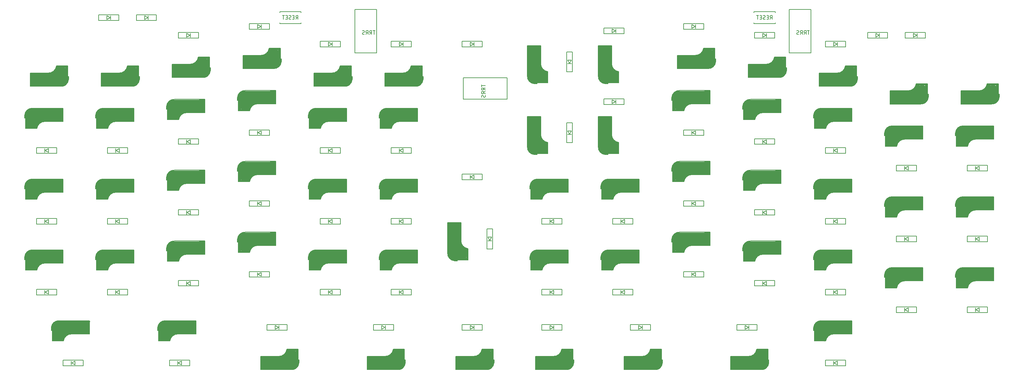
<source format=gbr>
G04 #@! TF.GenerationSoftware,KiCad,Pcbnew,5.1.6-c6e7f7d~87~ubuntu16.04.1*
G04 #@! TF.CreationDate,2020-11-01T04:30:44+09:00*
G04 #@! TF.ProjectId,ninja60,6e696e6a-6136-4302-9e6b-696361645f70,rev?*
G04 #@! TF.SameCoordinates,Original*
G04 #@! TF.FileFunction,Legend,Bot*
G04 #@! TF.FilePolarity,Positive*
%FSLAX46Y46*%
G04 Gerber Fmt 4.6, Leading zero omitted, Abs format (unit mm)*
G04 Created by KiCad (PCBNEW 5.1.6-c6e7f7d~87~ubuntu16.04.1) date 2020-11-01 04:30:44*
%MOMM*%
%LPD*%
G01*
G04 APERTURE LIST*
%ADD10C,0.400000*%
%ADD11C,0.500000*%
%ADD12C,0.150000*%
%ADD13C,3.500000*%
%ADD14C,1.000000*%
%ADD15C,3.000000*%
%ADD16C,0.800000*%
%ADD17C,0.300000*%
G04 APERTURE END LIST*
D10*
X288643750Y-115937500D02*
X289893750Y-115937500D01*
D11*
X298343750Y-110837500D02*
X295893750Y-110837500D01*
D12*
X288493750Y-116137500D02*
X296693751Y-116137500D01*
X293293750Y-112537500D02*
X288493750Y-112537500D01*
X298543750Y-110637500D02*
X295513750Y-110637500D01*
X298793750Y-114237500D02*
X298793750Y-113487500D01*
X298543750Y-115087500D02*
X298543750Y-110637500D01*
X298793750Y-113487500D02*
X298593750Y-113487500D01*
X288513750Y-113537500D02*
X288513750Y-115787500D01*
X288493750Y-112537500D02*
X288493750Y-116137500D01*
D13*
X290293750Y-114337500D02*
X296993750Y-114337500D01*
D14*
X288993750Y-115537500D02*
X288993750Y-113037500D01*
D11*
X288693750Y-112787500D02*
X289993750Y-112837500D01*
D15*
X297063750Y-114637500D02*
X297063750Y-112397500D01*
D16*
X298193750Y-111137500D02*
X298193750Y-112937499D01*
D17*
X298693750Y-113587500D02*
X298693750Y-114237500D01*
D14*
X295910068Y-111058971D02*
G75*
G02*
X293693750Y-112937500I-2151318J291471D01*
G01*
D12*
X298793750Y-114237499D02*
G75*
G02*
X296693751Y-116137500I-2000000J99999D01*
G01*
X295510068Y-110658971D02*
G75*
G02*
X293293750Y-112537500I-2151318J291471D01*
G01*
D17*
X94212500Y-162637500D02*
X94212500Y-161987500D01*
D16*
X94712500Y-165087500D02*
X94712500Y-163287501D01*
D15*
X95842500Y-161587500D02*
X95842500Y-163827500D01*
D11*
X104212500Y-163437500D02*
X102912500Y-163387500D01*
D14*
X103912500Y-160687500D02*
X103912500Y-163187500D01*
D13*
X102612500Y-161887500D02*
X95912500Y-161887500D01*
D12*
X104412500Y-163687500D02*
X104412500Y-160087500D01*
X104392500Y-162687500D02*
X104392500Y-160437500D01*
X94112500Y-162737500D02*
X94312500Y-162737500D01*
X94362500Y-161137500D02*
X94362500Y-165587500D01*
X94112500Y-161987500D02*
X94112500Y-162737500D01*
X94362500Y-165587500D02*
X97392500Y-165587500D01*
X99612500Y-163687500D02*
X104412500Y-163687500D01*
X104412500Y-160087500D02*
X96212499Y-160087500D01*
D11*
X94562500Y-165387500D02*
X97012500Y-165387500D01*
D10*
X104262500Y-160287500D02*
X103012500Y-160287500D01*
D12*
X97396182Y-165566029D02*
G75*
G02*
X99612500Y-163687500I2151318J-291471D01*
G01*
X94112500Y-161987501D02*
G75*
G02*
X96212499Y-160087500I2000000J-99999D01*
G01*
D14*
X96996182Y-165166029D02*
G75*
G02*
X99212500Y-163287500I2151318J-291471D01*
G01*
D10*
X123312500Y-138856250D02*
X122062500Y-138856250D01*
D11*
X113612500Y-143956250D02*
X116062500Y-143956250D01*
D12*
X123462500Y-138656250D02*
X115262499Y-138656250D01*
X118662500Y-142256250D02*
X123462500Y-142256250D01*
X113412500Y-144156250D02*
X116442500Y-144156250D01*
X113162500Y-140556250D02*
X113162500Y-141306250D01*
X113412500Y-139706250D02*
X113412500Y-144156250D01*
X113162500Y-141306250D02*
X113362500Y-141306250D01*
X123442500Y-141256250D02*
X123442500Y-139006250D01*
X123462500Y-142256250D02*
X123462500Y-138656250D01*
D13*
X121662500Y-140456250D02*
X114962500Y-140456250D01*
D14*
X122962500Y-139256250D02*
X122962500Y-141756250D01*
D11*
X123262500Y-142006250D02*
X121962500Y-141956250D01*
D15*
X114892500Y-140156250D02*
X114892500Y-142396250D01*
D16*
X113762500Y-143656250D02*
X113762500Y-141856251D01*
D17*
X113262500Y-141206250D02*
X113262500Y-140556250D01*
D14*
X116046182Y-143734779D02*
G75*
G02*
X118262500Y-141856250I2151318J-291471D01*
G01*
D12*
X113162500Y-140556251D02*
G75*
G02*
X115262499Y-138656250I2000000J-99999D01*
G01*
X116446182Y-144134779D02*
G75*
G02*
X118662500Y-142256250I2151318J-291471D01*
G01*
D17*
X94212500Y-143587500D02*
X94212500Y-142937500D01*
D16*
X94712500Y-146037500D02*
X94712500Y-144237501D01*
D15*
X95842500Y-142537500D02*
X95842500Y-144777500D01*
D11*
X104212500Y-144387500D02*
X102912500Y-144337500D01*
D14*
X103912500Y-141637500D02*
X103912500Y-144137500D01*
D13*
X102612500Y-142837500D02*
X95912500Y-142837500D01*
D12*
X104412500Y-144637500D02*
X104412500Y-141037500D01*
X104392500Y-143637500D02*
X104392500Y-141387500D01*
X94112500Y-143687500D02*
X94312500Y-143687500D01*
X94362500Y-142087500D02*
X94362500Y-146537500D01*
X94112500Y-142937500D02*
X94112500Y-143687500D01*
X94362500Y-146537500D02*
X97392500Y-146537500D01*
X99612500Y-144637500D02*
X104412500Y-144637500D01*
X104412500Y-141037500D02*
X96212499Y-141037500D01*
D11*
X94562500Y-146337500D02*
X97012500Y-146337500D01*
D10*
X104262500Y-141237500D02*
X103012500Y-141237500D01*
D12*
X97396182Y-146516029D02*
G75*
G02*
X99612500Y-144637500I2151318J-291471D01*
G01*
X94112500Y-142937501D02*
G75*
G02*
X96212499Y-141037500I2000000J-99999D01*
G01*
D14*
X96996182Y-146116029D02*
G75*
G02*
X99212500Y-144237500I2151318J-291471D01*
G01*
D12*
X98131250Y-97131250D02*
X98131250Y-98131250D01*
X98031250Y-97631250D02*
X97131250Y-97131250D01*
X97131250Y-98131250D02*
X98031250Y-97631250D01*
X97131250Y-97131250D02*
X97131250Y-98131250D01*
X94931250Y-96881250D02*
X94931250Y-98381250D01*
X100331250Y-96881250D02*
X100331250Y-98381250D01*
X94931250Y-96881250D02*
X100331250Y-96881250D01*
X100331250Y-98381250D02*
X94931250Y-98381250D01*
X108262500Y-97131250D02*
X108262500Y-98131250D01*
X108162500Y-97631250D02*
X107262500Y-97131250D01*
X107262500Y-98131250D02*
X108162500Y-97631250D01*
X107262500Y-97131250D02*
X107262500Y-98131250D01*
X105062500Y-96881250D02*
X105062500Y-98381250D01*
X110462500Y-96881250D02*
X110462500Y-98381250D01*
X105062500Y-96881250D02*
X110462500Y-96881250D01*
X110462500Y-98381250D02*
X105062500Y-98381250D01*
X121762500Y-103143750D02*
X116362500Y-103143750D01*
X116362500Y-101643750D02*
X121762500Y-101643750D01*
X121762500Y-101643750D02*
X121762500Y-103143750D01*
X116362500Y-101643750D02*
X116362500Y-103143750D01*
X118562500Y-101893750D02*
X118562500Y-102893750D01*
X118562500Y-102893750D02*
X119462500Y-102393750D01*
X119462500Y-102393750D02*
X118562500Y-101893750D01*
X119562500Y-101893750D02*
X119562500Y-102893750D01*
X138612500Y-99512500D02*
X138612500Y-100512500D01*
X138512500Y-100012500D02*
X137612500Y-99512500D01*
X137612500Y-100512500D02*
X138512500Y-100012500D01*
X137612500Y-99512500D02*
X137612500Y-100512500D01*
X135412500Y-99262500D02*
X135412500Y-100762500D01*
X140812500Y-99262500D02*
X140812500Y-100762500D01*
X135412500Y-99262500D02*
X140812500Y-99262500D01*
X140812500Y-100762500D02*
X135412500Y-100762500D01*
X159862500Y-105525000D02*
X154462500Y-105525000D01*
X154462500Y-104025000D02*
X159862500Y-104025000D01*
X159862500Y-104025000D02*
X159862500Y-105525000D01*
X154462500Y-104025000D02*
X154462500Y-105525000D01*
X156662500Y-104275000D02*
X156662500Y-105275000D01*
X156662500Y-105275000D02*
X157562500Y-104775000D01*
X157562500Y-104775000D02*
X156662500Y-104275000D01*
X157662500Y-104275000D02*
X157662500Y-105275000D01*
X176712500Y-104275000D02*
X176712500Y-105275000D01*
X176612500Y-104775000D02*
X175712500Y-104275000D01*
X175712500Y-105275000D02*
X176612500Y-104775000D01*
X175712500Y-104275000D02*
X175712500Y-105275000D01*
X173512500Y-104025000D02*
X173512500Y-105525000D01*
X178912500Y-104025000D02*
X178912500Y-105525000D01*
X173512500Y-104025000D02*
X178912500Y-104025000D01*
X178912500Y-105525000D02*
X173512500Y-105525000D01*
X220707180Y-112237960D02*
X220707180Y-106837960D01*
X222207180Y-106837960D02*
X222207180Y-112237960D01*
X222207180Y-112237960D02*
X220707180Y-112237960D01*
X222207180Y-106837960D02*
X220707180Y-106837960D01*
X221957180Y-109037960D02*
X220957180Y-109037960D01*
X220957180Y-109037960D02*
X221457180Y-109937960D01*
X221457180Y-109937960D02*
X221957180Y-109037960D01*
X221957180Y-110037960D02*
X220957180Y-110037960D01*
X233863480Y-100703550D02*
X233863480Y-101703550D01*
X233763480Y-101203550D02*
X232863480Y-100703550D01*
X232863480Y-101703550D02*
X233763480Y-101203550D01*
X232863480Y-100703550D02*
X232863480Y-101703550D01*
X230663480Y-100453550D02*
X230663480Y-101953550D01*
X236063480Y-100453550D02*
X236063480Y-101953550D01*
X230663480Y-100453550D02*
X236063480Y-100453550D01*
X236063480Y-101953550D02*
X230663480Y-101953550D01*
X257493750Y-100762500D02*
X252093750Y-100762500D01*
X252093750Y-99262500D02*
X257493750Y-99262500D01*
X257493750Y-99262500D02*
X257493750Y-100762500D01*
X252093750Y-99262500D02*
X252093750Y-100762500D01*
X254293750Y-99512500D02*
X254293750Y-100512500D01*
X254293750Y-100512500D02*
X255193750Y-100012500D01*
X255193750Y-100012500D02*
X254293750Y-99512500D01*
X255293750Y-99512500D02*
X255293750Y-100512500D01*
X274343750Y-101893750D02*
X274343750Y-102893750D01*
X274243750Y-102393750D02*
X273343750Y-101893750D01*
X273343750Y-102893750D02*
X274243750Y-102393750D01*
X273343750Y-101893750D02*
X273343750Y-102893750D01*
X271143750Y-101643750D02*
X271143750Y-103143750D01*
X276543750Y-101643750D02*
X276543750Y-103143750D01*
X271143750Y-101643750D02*
X276543750Y-101643750D01*
X276543750Y-103143750D02*
X271143750Y-103143750D01*
X295593750Y-105525000D02*
X290193750Y-105525000D01*
X290193750Y-104025000D02*
X295593750Y-104025000D01*
X295593750Y-104025000D02*
X295593750Y-105525000D01*
X290193750Y-104025000D02*
X290193750Y-105525000D01*
X292393750Y-104275000D02*
X292393750Y-105275000D01*
X292393750Y-105275000D02*
X293293750Y-104775000D01*
X293293750Y-104775000D02*
X292393750Y-104275000D01*
X293393750Y-104275000D02*
X293393750Y-105275000D01*
X304693750Y-101893750D02*
X304693750Y-102893750D01*
X304593750Y-102393750D02*
X303693750Y-101893750D01*
X303693750Y-102893750D02*
X304593750Y-102393750D01*
X303693750Y-101893750D02*
X303693750Y-102893750D01*
X301493750Y-101643750D02*
X301493750Y-103143750D01*
X306893750Y-101643750D02*
X306893750Y-103143750D01*
X301493750Y-101643750D02*
X306893750Y-101643750D01*
X306893750Y-103143750D02*
X301493750Y-103143750D01*
X314825000Y-101893750D02*
X314825000Y-102893750D01*
X314725000Y-102393750D02*
X313825000Y-101893750D01*
X313825000Y-102893750D02*
X314725000Y-102393750D01*
X313825000Y-101893750D02*
X313825000Y-102893750D01*
X311625000Y-101643750D02*
X311625000Y-103143750D01*
X317025000Y-101643750D02*
X317025000Y-103143750D01*
X311625000Y-101643750D02*
X317025000Y-101643750D01*
X317025000Y-103143750D02*
X311625000Y-103143750D01*
X197962500Y-105525000D02*
X192562500Y-105525000D01*
X192562500Y-104025000D02*
X197962500Y-104025000D01*
X197962500Y-104025000D02*
X197962500Y-105525000D01*
X192562500Y-104025000D02*
X192562500Y-105525000D01*
X194762500Y-104275000D02*
X194762500Y-105275000D01*
X194762500Y-105275000D02*
X195662500Y-104775000D01*
X195662500Y-104775000D02*
X194762500Y-104275000D01*
X195762500Y-104275000D02*
X195762500Y-105275000D01*
X80462500Y-133850000D02*
X80462500Y-132850000D01*
X80562500Y-133350000D02*
X81462500Y-133850000D01*
X81462500Y-132850000D02*
X80562500Y-133350000D01*
X81462500Y-133850000D02*
X81462500Y-132850000D01*
X83662500Y-134100000D02*
X83662500Y-132600000D01*
X78262500Y-134100000D02*
X78262500Y-132600000D01*
X83662500Y-134100000D02*
X78262500Y-134100000D01*
X78262500Y-132600000D02*
X83662500Y-132600000D01*
X97312500Y-132600000D02*
X102712500Y-132600000D01*
X102712500Y-134100000D02*
X97312500Y-134100000D01*
X97312500Y-134100000D02*
X97312500Y-132600000D01*
X102712500Y-134100000D02*
X102712500Y-132600000D01*
X100512500Y-133850000D02*
X100512500Y-132850000D01*
X100512500Y-132850000D02*
X99612500Y-133350000D01*
X99612500Y-133350000D02*
X100512500Y-133850000D01*
X99512500Y-133850000D02*
X99512500Y-132850000D01*
X118562500Y-131468750D02*
X118562500Y-130468750D01*
X118662500Y-130968750D02*
X119562500Y-131468750D01*
X119562500Y-130468750D02*
X118662500Y-130968750D01*
X119562500Y-131468750D02*
X119562500Y-130468750D01*
X121762500Y-131718750D02*
X121762500Y-130218750D01*
X116362500Y-131718750D02*
X116362500Y-130218750D01*
X121762500Y-131718750D02*
X116362500Y-131718750D01*
X116362500Y-130218750D02*
X121762500Y-130218750D01*
X135412500Y-127837500D02*
X140812500Y-127837500D01*
X140812500Y-129337500D02*
X135412500Y-129337500D01*
X135412500Y-129337500D02*
X135412500Y-127837500D01*
X140812500Y-129337500D02*
X140812500Y-127837500D01*
X138612500Y-129087500D02*
X138612500Y-128087500D01*
X138612500Y-128087500D02*
X137712500Y-128587500D01*
X137712500Y-128587500D02*
X138612500Y-129087500D01*
X137612500Y-129087500D02*
X137612500Y-128087500D01*
X156662500Y-133850000D02*
X156662500Y-132850000D01*
X156762500Y-133350000D02*
X157662500Y-133850000D01*
X157662500Y-132850000D02*
X156762500Y-133350000D01*
X157662500Y-133850000D02*
X157662500Y-132850000D01*
X159862500Y-134100000D02*
X159862500Y-132600000D01*
X154462500Y-134100000D02*
X154462500Y-132600000D01*
X159862500Y-134100000D02*
X154462500Y-134100000D01*
X154462500Y-132600000D02*
X159862500Y-132600000D01*
X173512500Y-132600000D02*
X178912500Y-132600000D01*
X178912500Y-134100000D02*
X173512500Y-134100000D01*
X173512500Y-134100000D02*
X173512500Y-132600000D01*
X178912500Y-134100000D02*
X178912500Y-132600000D01*
X176712500Y-133850000D02*
X176712500Y-132850000D01*
X176712500Y-132850000D02*
X175812500Y-133350000D01*
X175812500Y-133350000D02*
X176712500Y-133850000D01*
X175712500Y-133850000D02*
X175712500Y-132850000D01*
X220707180Y-131288040D02*
X220707180Y-125888040D01*
X222207180Y-125888040D02*
X222207180Y-131288040D01*
X222207180Y-131288040D02*
X220707180Y-131288040D01*
X222207180Y-125888040D02*
X220707180Y-125888040D01*
X221957180Y-128088040D02*
X220957180Y-128088040D01*
X220957180Y-128088040D02*
X221457180Y-128988040D01*
X221457180Y-128988040D02*
X221957180Y-128088040D01*
X221957180Y-129088040D02*
X220957180Y-129088040D01*
X233863480Y-119753630D02*
X233863480Y-120753630D01*
X233763480Y-120253630D02*
X232863480Y-119753630D01*
X232863480Y-120753630D02*
X233763480Y-120253630D01*
X232863480Y-119753630D02*
X232863480Y-120753630D01*
X230663480Y-119503630D02*
X230663480Y-121003630D01*
X236063480Y-119503630D02*
X236063480Y-121003630D01*
X230663480Y-119503630D02*
X236063480Y-119503630D01*
X236063480Y-121003630D02*
X230663480Y-121003630D01*
X252093750Y-127837500D02*
X257493750Y-127837500D01*
X257493750Y-129337500D02*
X252093750Y-129337500D01*
X252093750Y-129337500D02*
X252093750Y-127837500D01*
X257493750Y-129337500D02*
X257493750Y-127837500D01*
X255293750Y-129087500D02*
X255293750Y-128087500D01*
X255293750Y-128087500D02*
X254393750Y-128587500D01*
X254393750Y-128587500D02*
X255293750Y-129087500D01*
X254293750Y-129087500D02*
X254293750Y-128087500D01*
X271143750Y-130218750D02*
X276543750Y-130218750D01*
X276543750Y-131718750D02*
X271143750Y-131718750D01*
X271143750Y-131718750D02*
X271143750Y-130218750D01*
X276543750Y-131718750D02*
X276543750Y-130218750D01*
X274343750Y-131468750D02*
X274343750Y-130468750D01*
X274343750Y-130468750D02*
X273443750Y-130968750D01*
X273443750Y-130968750D02*
X274343750Y-131468750D01*
X273343750Y-131468750D02*
X273343750Y-130468750D01*
X292393750Y-133850000D02*
X292393750Y-132850000D01*
X292493750Y-133350000D02*
X293393750Y-133850000D01*
X293393750Y-132850000D02*
X292493750Y-133350000D01*
X293393750Y-133850000D02*
X293393750Y-132850000D01*
X295593750Y-134100000D02*
X295593750Y-132600000D01*
X290193750Y-134100000D02*
X290193750Y-132600000D01*
X295593750Y-134100000D02*
X290193750Y-134100000D01*
X290193750Y-132600000D02*
X295593750Y-132600000D01*
X309243750Y-137362500D02*
X314643750Y-137362500D01*
X314643750Y-138862500D02*
X309243750Y-138862500D01*
X309243750Y-138862500D02*
X309243750Y-137362500D01*
X314643750Y-138862500D02*
X314643750Y-137362500D01*
X312443750Y-138612500D02*
X312443750Y-137612500D01*
X312443750Y-137612500D02*
X311543750Y-138112500D01*
X311543750Y-138112500D02*
X312443750Y-138612500D01*
X311443750Y-138612500D02*
X311443750Y-137612500D01*
X330493750Y-138612500D02*
X330493750Y-137612500D01*
X330593750Y-138112500D02*
X331493750Y-138612500D01*
X331493750Y-137612500D02*
X330593750Y-138112500D01*
X331493750Y-138612500D02*
X331493750Y-137612500D01*
X333693750Y-138862500D02*
X333693750Y-137362500D01*
X328293750Y-138862500D02*
X328293750Y-137362500D01*
X333693750Y-138862500D02*
X328293750Y-138862500D01*
X328293750Y-137362500D02*
X333693750Y-137362500D01*
X192562500Y-139743750D02*
X197962500Y-139743750D01*
X197962500Y-141243750D02*
X192562500Y-141243750D01*
X192562500Y-141243750D02*
X192562500Y-139743750D01*
X197962500Y-141243750D02*
X197962500Y-139743750D01*
X195762500Y-140993750D02*
X195762500Y-139993750D01*
X195762500Y-139993750D02*
X194862500Y-140493750D01*
X194862500Y-140493750D02*
X195762500Y-140993750D01*
X194762500Y-140993750D02*
X194762500Y-139993750D01*
X80462500Y-152900000D02*
X80462500Y-151900000D01*
X80562500Y-152400000D02*
X81462500Y-152900000D01*
X81462500Y-151900000D02*
X80562500Y-152400000D01*
X81462500Y-152900000D02*
X81462500Y-151900000D01*
X83662500Y-153150000D02*
X83662500Y-151650000D01*
X78262500Y-153150000D02*
X78262500Y-151650000D01*
X83662500Y-153150000D02*
X78262500Y-153150000D01*
X78262500Y-151650000D02*
X83662500Y-151650000D01*
X97312500Y-151650000D02*
X102712500Y-151650000D01*
X102712500Y-153150000D02*
X97312500Y-153150000D01*
X97312500Y-153150000D02*
X97312500Y-151650000D01*
X102712500Y-153150000D02*
X102712500Y-151650000D01*
X100512500Y-152900000D02*
X100512500Y-151900000D01*
X100512500Y-151900000D02*
X99612500Y-152400000D01*
X99612500Y-152400000D02*
X100512500Y-152900000D01*
X99512500Y-152900000D02*
X99512500Y-151900000D01*
X118562500Y-150518750D02*
X118562500Y-149518750D01*
X118662500Y-150018750D02*
X119562500Y-150518750D01*
X119562500Y-149518750D02*
X118662500Y-150018750D01*
X119562500Y-150518750D02*
X119562500Y-149518750D01*
X121762500Y-150768750D02*
X121762500Y-149268750D01*
X116362500Y-150768750D02*
X116362500Y-149268750D01*
X121762500Y-150768750D02*
X116362500Y-150768750D01*
X116362500Y-149268750D02*
X121762500Y-149268750D01*
X137612500Y-148137500D02*
X137612500Y-147137500D01*
X137712500Y-147637500D02*
X138612500Y-148137500D01*
X138612500Y-147137500D02*
X137712500Y-147637500D01*
X138612500Y-148137500D02*
X138612500Y-147137500D01*
X140812500Y-148387500D02*
X140812500Y-146887500D01*
X135412500Y-148387500D02*
X135412500Y-146887500D01*
X140812500Y-148387500D02*
X135412500Y-148387500D01*
X135412500Y-146887500D02*
X140812500Y-146887500D01*
X154462500Y-151650000D02*
X159862500Y-151650000D01*
X159862500Y-153150000D02*
X154462500Y-153150000D01*
X154462500Y-153150000D02*
X154462500Y-151650000D01*
X159862500Y-153150000D02*
X159862500Y-151650000D01*
X157662500Y-152900000D02*
X157662500Y-151900000D01*
X157662500Y-151900000D02*
X156762500Y-152400000D01*
X156762500Y-152400000D02*
X157662500Y-152900000D01*
X156662500Y-152900000D02*
X156662500Y-151900000D01*
X175712500Y-152900000D02*
X175712500Y-151900000D01*
X175812500Y-152400000D02*
X176712500Y-152900000D01*
X176712500Y-151900000D02*
X175812500Y-152400000D01*
X176712500Y-152900000D02*
X176712500Y-151900000D01*
X178912500Y-153150000D02*
X178912500Y-151650000D01*
X173512500Y-153150000D02*
X173512500Y-151650000D01*
X178912500Y-153150000D02*
X173512500Y-153150000D01*
X173512500Y-151650000D02*
X178912500Y-151650000D01*
X199275000Y-159862500D02*
X199275000Y-154462500D01*
X200775000Y-154462500D02*
X200775000Y-159862500D01*
X200775000Y-159862500D02*
X199275000Y-159862500D01*
X200775000Y-154462500D02*
X199275000Y-154462500D01*
X200525000Y-156662500D02*
X199525000Y-156662500D01*
X199525000Y-156662500D02*
X200025000Y-157562500D01*
X200025000Y-157562500D02*
X200525000Y-156662500D01*
X200525000Y-157662500D02*
X199525000Y-157662500D01*
X213993750Y-151650000D02*
X219393750Y-151650000D01*
X219393750Y-153150000D02*
X213993750Y-153150000D01*
X213993750Y-153150000D02*
X213993750Y-151650000D01*
X219393750Y-153150000D02*
X219393750Y-151650000D01*
X217193750Y-152900000D02*
X217193750Y-151900000D01*
X217193750Y-151900000D02*
X216293750Y-152400000D01*
X216293750Y-152400000D02*
X217193750Y-152900000D01*
X216193750Y-152900000D02*
X216193750Y-151900000D01*
X235243750Y-152900000D02*
X235243750Y-151900000D01*
X235343750Y-152400000D02*
X236243750Y-152900000D01*
X236243750Y-151900000D02*
X235343750Y-152400000D01*
X236243750Y-152900000D02*
X236243750Y-151900000D01*
X238443750Y-153150000D02*
X238443750Y-151650000D01*
X233043750Y-153150000D02*
X233043750Y-151650000D01*
X238443750Y-153150000D02*
X233043750Y-153150000D01*
X233043750Y-151650000D02*
X238443750Y-151650000D01*
X254293750Y-148137500D02*
X254293750Y-147137500D01*
X254393750Y-147637500D02*
X255293750Y-148137500D01*
X255293750Y-147137500D02*
X254393750Y-147637500D01*
X255293750Y-148137500D02*
X255293750Y-147137500D01*
X257493750Y-148387500D02*
X257493750Y-146887500D01*
X252093750Y-148387500D02*
X252093750Y-146887500D01*
X257493750Y-148387500D02*
X252093750Y-148387500D01*
X252093750Y-146887500D02*
X257493750Y-146887500D01*
X273343750Y-150518750D02*
X273343750Y-149518750D01*
X273443750Y-150018750D02*
X274343750Y-150518750D01*
X274343750Y-149518750D02*
X273443750Y-150018750D01*
X274343750Y-150518750D02*
X274343750Y-149518750D01*
X276543750Y-150768750D02*
X276543750Y-149268750D01*
X271143750Y-150768750D02*
X271143750Y-149268750D01*
X276543750Y-150768750D02*
X271143750Y-150768750D01*
X271143750Y-149268750D02*
X276543750Y-149268750D01*
X292393750Y-152900000D02*
X292393750Y-151900000D01*
X292493750Y-152400000D02*
X293393750Y-152900000D01*
X293393750Y-151900000D02*
X292493750Y-152400000D01*
X293393750Y-152900000D02*
X293393750Y-151900000D01*
X295593750Y-153150000D02*
X295593750Y-151650000D01*
X290193750Y-153150000D02*
X290193750Y-151650000D01*
X295593750Y-153150000D02*
X290193750Y-153150000D01*
X290193750Y-151650000D02*
X295593750Y-151650000D01*
X309243750Y-156412500D02*
X314643750Y-156412500D01*
X314643750Y-157912500D02*
X309243750Y-157912500D01*
X309243750Y-157912500D02*
X309243750Y-156412500D01*
X314643750Y-157912500D02*
X314643750Y-156412500D01*
X312443750Y-157662500D02*
X312443750Y-156662500D01*
X312443750Y-156662500D02*
X311543750Y-157162500D01*
X311543750Y-157162500D02*
X312443750Y-157662500D01*
X311443750Y-157662500D02*
X311443750Y-156662500D01*
X330493750Y-157662500D02*
X330493750Y-156662500D01*
X330593750Y-157162500D02*
X331493750Y-157662500D01*
X331493750Y-156662500D02*
X330593750Y-157162500D01*
X331493750Y-157662500D02*
X331493750Y-156662500D01*
X333693750Y-157912500D02*
X333693750Y-156412500D01*
X328293750Y-157912500D02*
X328293750Y-156412500D01*
X333693750Y-157912500D02*
X328293750Y-157912500D01*
X328293750Y-156412500D02*
X333693750Y-156412500D01*
X78262500Y-170700000D02*
X83662500Y-170700000D01*
X83662500Y-172200000D02*
X78262500Y-172200000D01*
X78262500Y-172200000D02*
X78262500Y-170700000D01*
X83662500Y-172200000D02*
X83662500Y-170700000D01*
X81462500Y-171950000D02*
X81462500Y-170950000D01*
X81462500Y-170950000D02*
X80562500Y-171450000D01*
X80562500Y-171450000D02*
X81462500Y-171950000D01*
X80462500Y-171950000D02*
X80462500Y-170950000D01*
X99512500Y-171950000D02*
X99512500Y-170950000D01*
X99612500Y-171450000D02*
X100512500Y-171950000D01*
X100512500Y-170950000D02*
X99612500Y-171450000D01*
X100512500Y-171950000D02*
X100512500Y-170950000D01*
X102712500Y-172200000D02*
X102712500Y-170700000D01*
X97312500Y-172200000D02*
X97312500Y-170700000D01*
X102712500Y-172200000D02*
X97312500Y-172200000D01*
X97312500Y-170700000D02*
X102712500Y-170700000D01*
X116362500Y-168318750D02*
X121762500Y-168318750D01*
X121762500Y-169818750D02*
X116362500Y-169818750D01*
X116362500Y-169818750D02*
X116362500Y-168318750D01*
X121762500Y-169818750D02*
X121762500Y-168318750D01*
X119562500Y-169568750D02*
X119562500Y-168568750D01*
X119562500Y-168568750D02*
X118662500Y-169068750D01*
X118662500Y-169068750D02*
X119562500Y-169568750D01*
X118562500Y-169568750D02*
X118562500Y-168568750D01*
X137612500Y-167187500D02*
X137612500Y-166187500D01*
X137712500Y-166687500D02*
X138612500Y-167187500D01*
X138612500Y-166187500D02*
X137712500Y-166687500D01*
X138612500Y-167187500D02*
X138612500Y-166187500D01*
X140812500Y-167437500D02*
X140812500Y-165937500D01*
X135412500Y-167437500D02*
X135412500Y-165937500D01*
X140812500Y-167437500D02*
X135412500Y-167437500D01*
X135412500Y-165937500D02*
X140812500Y-165937500D01*
X154462500Y-170700000D02*
X159862500Y-170700000D01*
X159862500Y-172200000D02*
X154462500Y-172200000D01*
X154462500Y-172200000D02*
X154462500Y-170700000D01*
X159862500Y-172200000D02*
X159862500Y-170700000D01*
X157662500Y-171950000D02*
X157662500Y-170950000D01*
X157662500Y-170950000D02*
X156762500Y-171450000D01*
X156762500Y-171450000D02*
X157662500Y-171950000D01*
X156662500Y-171950000D02*
X156662500Y-170950000D01*
X173512500Y-170700000D02*
X178912500Y-170700000D01*
X178912500Y-172200000D02*
X173512500Y-172200000D01*
X173512500Y-172200000D02*
X173512500Y-170700000D01*
X178912500Y-172200000D02*
X178912500Y-170700000D01*
X176712500Y-171950000D02*
X176712500Y-170950000D01*
X176712500Y-170950000D02*
X175812500Y-171450000D01*
X175812500Y-171450000D02*
X176712500Y-171950000D01*
X175712500Y-171950000D02*
X175712500Y-170950000D01*
X213993750Y-170700000D02*
X219393750Y-170700000D01*
X219393750Y-172200000D02*
X213993750Y-172200000D01*
X213993750Y-172200000D02*
X213993750Y-170700000D01*
X219393750Y-172200000D02*
X219393750Y-170700000D01*
X217193750Y-171950000D02*
X217193750Y-170950000D01*
X217193750Y-170950000D02*
X216293750Y-171450000D01*
X216293750Y-171450000D02*
X217193750Y-171950000D01*
X216193750Y-171950000D02*
X216193750Y-170950000D01*
X235243750Y-171950000D02*
X235243750Y-170950000D01*
X235343750Y-171450000D02*
X236243750Y-171950000D01*
X236243750Y-170950000D02*
X235343750Y-171450000D01*
X236243750Y-171950000D02*
X236243750Y-170950000D01*
X238443750Y-172200000D02*
X238443750Y-170700000D01*
X233043750Y-172200000D02*
X233043750Y-170700000D01*
X238443750Y-172200000D02*
X233043750Y-172200000D01*
X233043750Y-170700000D02*
X238443750Y-170700000D01*
X252093750Y-165937500D02*
X257493750Y-165937500D01*
X257493750Y-167437500D02*
X252093750Y-167437500D01*
X252093750Y-167437500D02*
X252093750Y-165937500D01*
X257493750Y-167437500D02*
X257493750Y-165937500D01*
X255293750Y-167187500D02*
X255293750Y-166187500D01*
X255293750Y-166187500D02*
X254393750Y-166687500D01*
X254393750Y-166687500D02*
X255293750Y-167187500D01*
X254293750Y-167187500D02*
X254293750Y-166187500D01*
X273343750Y-169568750D02*
X273343750Y-168568750D01*
X273443750Y-169068750D02*
X274343750Y-169568750D01*
X274343750Y-168568750D02*
X273443750Y-169068750D01*
X274343750Y-169568750D02*
X274343750Y-168568750D01*
X276543750Y-169818750D02*
X276543750Y-168318750D01*
X271143750Y-169818750D02*
X271143750Y-168318750D01*
X276543750Y-169818750D02*
X271143750Y-169818750D01*
X271143750Y-168318750D02*
X276543750Y-168318750D01*
X290193750Y-170700000D02*
X295593750Y-170700000D01*
X295593750Y-172200000D02*
X290193750Y-172200000D01*
X290193750Y-172200000D02*
X290193750Y-170700000D01*
X295593750Y-172200000D02*
X295593750Y-170700000D01*
X293393750Y-171950000D02*
X293393750Y-170950000D01*
X293393750Y-170950000D02*
X292493750Y-171450000D01*
X292493750Y-171450000D02*
X293393750Y-171950000D01*
X292393750Y-171950000D02*
X292393750Y-170950000D01*
X311443750Y-176712500D02*
X311443750Y-175712500D01*
X311543750Y-176212500D02*
X312443750Y-176712500D01*
X312443750Y-175712500D02*
X311543750Y-176212500D01*
X312443750Y-176712500D02*
X312443750Y-175712500D01*
X314643750Y-176962500D02*
X314643750Y-175462500D01*
X309243750Y-176962500D02*
X309243750Y-175462500D01*
X314643750Y-176962500D02*
X309243750Y-176962500D01*
X309243750Y-175462500D02*
X314643750Y-175462500D01*
X328293750Y-175462500D02*
X333693750Y-175462500D01*
X333693750Y-176962500D02*
X328293750Y-176962500D01*
X328293750Y-176962500D02*
X328293750Y-175462500D01*
X333693750Y-176962500D02*
X333693750Y-175462500D01*
X331493750Y-176712500D02*
X331493750Y-175712500D01*
X331493750Y-175712500D02*
X330593750Y-176212500D01*
X330593750Y-176212500D02*
X331493750Y-176712500D01*
X330493750Y-176712500D02*
X330493750Y-175712500D01*
X87606250Y-191000000D02*
X87606250Y-190000000D01*
X87706250Y-190500000D02*
X88606250Y-191000000D01*
X88606250Y-190000000D02*
X87706250Y-190500000D01*
X88606250Y-191000000D02*
X88606250Y-190000000D01*
X90806250Y-191250000D02*
X90806250Y-189750000D01*
X85406250Y-191250000D02*
X85406250Y-189750000D01*
X90806250Y-191250000D02*
X85406250Y-191250000D01*
X85406250Y-189750000D02*
X90806250Y-189750000D01*
X113981250Y-189750000D02*
X119381250Y-189750000D01*
X119381250Y-191250000D02*
X113981250Y-191250000D01*
X113981250Y-191250000D02*
X113981250Y-189750000D01*
X119381250Y-191250000D02*
X119381250Y-189750000D01*
X117181250Y-191000000D02*
X117181250Y-190000000D01*
X117181250Y-190000000D02*
X116281250Y-190500000D01*
X116281250Y-190500000D02*
X117181250Y-191000000D01*
X116181250Y-191000000D02*
X116181250Y-190000000D01*
X143375000Y-180475000D02*
X143375000Y-181475000D01*
X143275000Y-180975000D02*
X142375000Y-180475000D01*
X142375000Y-181475000D02*
X143275000Y-180975000D01*
X142375000Y-180475000D02*
X142375000Y-181475000D01*
X140175000Y-180225000D02*
X140175000Y-181725000D01*
X145575000Y-180225000D02*
X145575000Y-181725000D01*
X140175000Y-180225000D02*
X145575000Y-180225000D01*
X145575000Y-181725000D02*
X140175000Y-181725000D01*
X174150000Y-181725000D02*
X168750000Y-181725000D01*
X168750000Y-180225000D02*
X174150000Y-180225000D01*
X174150000Y-180225000D02*
X174150000Y-181725000D01*
X168750000Y-180225000D02*
X168750000Y-181725000D01*
X170950000Y-180475000D02*
X170950000Y-181475000D01*
X170950000Y-181475000D02*
X171850000Y-180975000D01*
X171850000Y-180975000D02*
X170950000Y-180475000D01*
X171950000Y-180475000D02*
X171950000Y-181475000D01*
X195762500Y-180475000D02*
X195762500Y-181475000D01*
X195662500Y-180975000D02*
X194762500Y-180475000D01*
X194762500Y-181475000D02*
X195662500Y-180975000D01*
X194762500Y-180475000D02*
X194762500Y-181475000D01*
X192562500Y-180225000D02*
X192562500Y-181725000D01*
X197962500Y-180225000D02*
X197962500Y-181725000D01*
X192562500Y-180225000D02*
X197962500Y-180225000D01*
X197962500Y-181725000D02*
X192562500Y-181725000D01*
X219393750Y-181725000D02*
X213993750Y-181725000D01*
X213993750Y-180225000D02*
X219393750Y-180225000D01*
X219393750Y-180225000D02*
X219393750Y-181725000D01*
X213993750Y-180225000D02*
X213993750Y-181725000D01*
X216193750Y-180475000D02*
X216193750Y-181475000D01*
X216193750Y-181475000D02*
X217093750Y-180975000D01*
X217093750Y-180975000D02*
X216193750Y-180475000D01*
X217193750Y-180475000D02*
X217193750Y-181475000D01*
X241006250Y-180475000D02*
X241006250Y-181475000D01*
X240906250Y-180975000D02*
X240006250Y-180475000D01*
X240006250Y-181475000D02*
X240906250Y-180975000D01*
X240006250Y-180475000D02*
X240006250Y-181475000D01*
X237806250Y-180225000D02*
X237806250Y-181725000D01*
X243206250Y-180225000D02*
X243206250Y-181725000D01*
X237806250Y-180225000D02*
X243206250Y-180225000D01*
X243206250Y-181725000D02*
X237806250Y-181725000D01*
X271781250Y-181725000D02*
X266381250Y-181725000D01*
X266381250Y-180225000D02*
X271781250Y-180225000D01*
X271781250Y-180225000D02*
X271781250Y-181725000D01*
X266381250Y-180225000D02*
X266381250Y-181725000D01*
X268581250Y-180475000D02*
X268581250Y-181475000D01*
X268581250Y-181475000D02*
X269481250Y-180975000D01*
X269481250Y-180975000D02*
X268581250Y-180475000D01*
X269581250Y-180475000D02*
X269581250Y-181475000D01*
X290193750Y-189750000D02*
X295593750Y-189750000D01*
X295593750Y-191250000D02*
X290193750Y-191250000D01*
X290193750Y-191250000D02*
X290193750Y-189750000D01*
X295593750Y-191250000D02*
X295593750Y-189750000D01*
X293393750Y-191000000D02*
X293393750Y-190000000D01*
X293393750Y-190000000D02*
X292493750Y-190500000D01*
X292493750Y-190500000D02*
X293393750Y-191000000D01*
X292393750Y-191000000D02*
X292393750Y-190000000D01*
X169587500Y-107150000D02*
X169587500Y-95400000D01*
X163787500Y-107150000D02*
X169587500Y-107150000D01*
X163787500Y-95400000D02*
X163787500Y-107150000D01*
X169587500Y-95400000D02*
X163787500Y-95400000D01*
X286269940Y-107150400D02*
X286269940Y-95400400D01*
X280469940Y-107150400D02*
X286269940Y-107150400D01*
X280469940Y-95400400D02*
X280469940Y-107150400D01*
X286269940Y-95400400D02*
X280469940Y-95400400D01*
X204637500Y-119581250D02*
X204637500Y-113781250D01*
X204637500Y-113781250D02*
X192887500Y-113781250D01*
X192887500Y-113781250D02*
X192887500Y-119581250D01*
X192887500Y-119581250D02*
X204637500Y-119581250D01*
X149297490Y-99231660D02*
X143597490Y-99231660D01*
X143597490Y-99231660D02*
X143597490Y-98981660D01*
X149297490Y-99231660D02*
X149297490Y-98981660D01*
X149297490Y-96031660D02*
X149297490Y-96281660D01*
X149297490Y-96031660D02*
X143597490Y-96031660D01*
X143597490Y-96031660D02*
X143597490Y-96281660D01*
X270994900Y-96031660D02*
X270994900Y-96281660D01*
X276694900Y-96031660D02*
X270994900Y-96031660D01*
X276694900Y-96031660D02*
X276694900Y-96281660D01*
X276694900Y-99231660D02*
X276694900Y-98981660D01*
X270994900Y-99231660D02*
X270994900Y-98981660D01*
X276694900Y-99231660D02*
X270994900Y-99231660D01*
D10*
X76712500Y-115937500D02*
X77962500Y-115937500D01*
D11*
X86412500Y-110837500D02*
X83962500Y-110837500D01*
D12*
X76562500Y-116137500D02*
X84762501Y-116137500D01*
X81362500Y-112537500D02*
X76562500Y-112537500D01*
X86612500Y-110637500D02*
X83582500Y-110637500D01*
X86862500Y-114237500D02*
X86862500Y-113487500D01*
X86612500Y-115087500D02*
X86612500Y-110637500D01*
X86862500Y-113487500D02*
X86662500Y-113487500D01*
X76582500Y-113537500D02*
X76582500Y-115787500D01*
X76562500Y-112537500D02*
X76562500Y-116137500D01*
D13*
X78362500Y-114337500D02*
X85062500Y-114337500D01*
D14*
X77062500Y-115537500D02*
X77062500Y-113037500D01*
D11*
X76762500Y-112787500D02*
X78062500Y-112837500D01*
D15*
X85132500Y-114637500D02*
X85132500Y-112397500D01*
D16*
X86262500Y-111137500D02*
X86262500Y-112937499D01*
D17*
X86762500Y-113587500D02*
X86762500Y-114237500D01*
D14*
X83978818Y-111058971D02*
G75*
G02*
X81762500Y-112937500I-2151318J291471D01*
G01*
D12*
X86862500Y-114237499D02*
G75*
G02*
X84762501Y-116137500I-2000000J99999D01*
G01*
X83578818Y-110658971D02*
G75*
G02*
X81362500Y-112537500I-2151318J291471D01*
G01*
D17*
X105812500Y-113587500D02*
X105812500Y-114237500D01*
D16*
X105312500Y-111137500D02*
X105312500Y-112937499D01*
D15*
X104182500Y-114637500D02*
X104182500Y-112397500D01*
D11*
X95812500Y-112787500D02*
X97112500Y-112837500D01*
D14*
X96112500Y-115537500D02*
X96112500Y-113037500D01*
D13*
X97412500Y-114337500D02*
X104112500Y-114337500D01*
D12*
X95612500Y-112537500D02*
X95612500Y-116137500D01*
X95632500Y-113537500D02*
X95632500Y-115787500D01*
X105912500Y-113487500D02*
X105712500Y-113487500D01*
X105662500Y-115087500D02*
X105662500Y-110637500D01*
X105912500Y-114237500D02*
X105912500Y-113487500D01*
X105662500Y-110637500D02*
X102632500Y-110637500D01*
X100412500Y-112537500D02*
X95612500Y-112537500D01*
X95612500Y-116137500D02*
X103812501Y-116137500D01*
D11*
X105462500Y-110837500D02*
X103012500Y-110837500D01*
D10*
X95762500Y-115937500D02*
X97012500Y-115937500D01*
D12*
X102628818Y-110658971D02*
G75*
G02*
X100412500Y-112537500I-2151318J291471D01*
G01*
X105912500Y-114237499D02*
G75*
G02*
X103812501Y-116137500I-2000000J99999D01*
G01*
D14*
X103028818Y-111058971D02*
G75*
G02*
X100812500Y-112937500I-2151318J291471D01*
G01*
D10*
X114812500Y-113556250D02*
X116062500Y-113556250D01*
D11*
X124512500Y-108456250D02*
X122062500Y-108456250D01*
D12*
X114662500Y-113756250D02*
X122862501Y-113756250D01*
X119462500Y-110156250D02*
X114662500Y-110156250D01*
X124712500Y-108256250D02*
X121682500Y-108256250D01*
X124962500Y-111856250D02*
X124962500Y-111106250D01*
X124712500Y-112706250D02*
X124712500Y-108256250D01*
X124962500Y-111106250D02*
X124762500Y-111106250D01*
X114682500Y-111156250D02*
X114682500Y-113406250D01*
X114662500Y-110156250D02*
X114662500Y-113756250D01*
D13*
X116462500Y-111956250D02*
X123162500Y-111956250D01*
D14*
X115162500Y-113156250D02*
X115162500Y-110656250D01*
D11*
X114862500Y-110406250D02*
X116162500Y-110456250D01*
D15*
X123232500Y-112256250D02*
X123232500Y-110016250D01*
D16*
X124362500Y-108756250D02*
X124362500Y-110556249D01*
D17*
X124862500Y-111206250D02*
X124862500Y-111856250D01*
D14*
X122078818Y-108677721D02*
G75*
G02*
X119862500Y-110556250I-2151318J291471D01*
G01*
D12*
X124962500Y-111856249D02*
G75*
G02*
X122862501Y-113756250I-2000000J99999D01*
G01*
X121678818Y-108277721D02*
G75*
G02*
X119462500Y-110156250I-2151318J291471D01*
G01*
D10*
X133862500Y-111175000D02*
X135112500Y-111175000D01*
D11*
X143562500Y-106075000D02*
X141112500Y-106075000D01*
D12*
X133712500Y-111375000D02*
X141912501Y-111375000D01*
X138512500Y-107775000D02*
X133712500Y-107775000D01*
X143762500Y-105875000D02*
X140732500Y-105875000D01*
X144012500Y-109475000D02*
X144012500Y-108725000D01*
X143762500Y-110325000D02*
X143762500Y-105875000D01*
X144012500Y-108725000D02*
X143812500Y-108725000D01*
X133732500Y-108775000D02*
X133732500Y-111025000D01*
X133712500Y-107775000D02*
X133712500Y-111375000D01*
D13*
X135512500Y-109575000D02*
X142212500Y-109575000D01*
D14*
X134212500Y-110775000D02*
X134212500Y-108275000D01*
D11*
X133912500Y-108025000D02*
X135212500Y-108075000D01*
D15*
X142282500Y-109875000D02*
X142282500Y-107635000D01*
D16*
X143412500Y-106375000D02*
X143412500Y-108174999D01*
D17*
X143912500Y-108825000D02*
X143912500Y-109475000D01*
D14*
X141128818Y-106296471D02*
G75*
G02*
X138912500Y-108175000I-2151318J291471D01*
G01*
D12*
X144012500Y-109474999D02*
G75*
G02*
X141912501Y-111375000I-2000000J99999D01*
G01*
X140728818Y-105896471D02*
G75*
G02*
X138512500Y-107775000I-2151318J291471D01*
G01*
D17*
X162962500Y-113587500D02*
X162962500Y-114237500D01*
D16*
X162462500Y-111137500D02*
X162462500Y-112937499D01*
D15*
X161332500Y-114637500D02*
X161332500Y-112397500D01*
D11*
X152962500Y-112787500D02*
X154262500Y-112837500D01*
D14*
X153262500Y-115537500D02*
X153262500Y-113037500D01*
D13*
X154562500Y-114337500D02*
X161262500Y-114337500D01*
D12*
X152762500Y-112537500D02*
X152762500Y-116137500D01*
X152782500Y-113537500D02*
X152782500Y-115787500D01*
X163062500Y-113487500D02*
X162862500Y-113487500D01*
X162812500Y-115087500D02*
X162812500Y-110637500D01*
X163062500Y-114237500D02*
X163062500Y-113487500D01*
X162812500Y-110637500D02*
X159782500Y-110637500D01*
X157562500Y-112537500D02*
X152762500Y-112537500D01*
X152762500Y-116137500D02*
X160962501Y-116137500D01*
D11*
X162612500Y-110837500D02*
X160162500Y-110837500D01*
D10*
X152912500Y-115937500D02*
X154162500Y-115937500D01*
D12*
X159778818Y-110658971D02*
G75*
G02*
X157562500Y-112537500I-2151318J291471D01*
G01*
X163062500Y-114237499D02*
G75*
G02*
X160962501Y-116137500I-2000000J99999D01*
G01*
D14*
X160178818Y-111058971D02*
G75*
G02*
X157962500Y-112937500I-2151318J291471D01*
G01*
D17*
X182012500Y-113587500D02*
X182012500Y-114237500D01*
D16*
X181512500Y-111137500D02*
X181512500Y-112937499D01*
D15*
X180382500Y-114637500D02*
X180382500Y-112397500D01*
D11*
X172012500Y-112787500D02*
X173312500Y-112837500D01*
D14*
X172312500Y-115537500D02*
X172312500Y-113037500D01*
D13*
X173612500Y-114337500D02*
X180312500Y-114337500D01*
D12*
X171812500Y-112537500D02*
X171812500Y-116137500D01*
X171832500Y-113537500D02*
X171832500Y-115787500D01*
X182112500Y-113487500D02*
X181912500Y-113487500D01*
X181862500Y-115087500D02*
X181862500Y-110637500D01*
X182112500Y-114237500D02*
X182112500Y-113487500D01*
X181862500Y-110637500D02*
X178832500Y-110637500D01*
X176612500Y-112537500D02*
X171812500Y-112537500D01*
X171812500Y-116137500D02*
X180012501Y-116137500D01*
D11*
X181662500Y-110837500D02*
X179212500Y-110837500D01*
D10*
X171962500Y-115937500D02*
X173212500Y-115937500D01*
D12*
X178828818Y-110658971D02*
G75*
G02*
X176612500Y-112537500I-2151318J291471D01*
G01*
X182112500Y-114237499D02*
G75*
G02*
X180012501Y-116137500I-2000000J99999D01*
G01*
D14*
X179228818Y-111058971D02*
G75*
G02*
X177012500Y-112937500I-2151318J291471D01*
G01*
D17*
X212644660Y-115337960D02*
X211994660Y-115337960D01*
D16*
X215094660Y-114837960D02*
X213294661Y-114837960D01*
D15*
X211594660Y-113707960D02*
X213834660Y-113707960D01*
D11*
X213444660Y-105337960D02*
X213394660Y-106637960D01*
D14*
X210694660Y-105637960D02*
X213194660Y-105637960D01*
D13*
X211894660Y-106937960D02*
X211894660Y-113637960D01*
D12*
X213694660Y-105137960D02*
X210094660Y-105137960D01*
X212694660Y-105157960D02*
X210444660Y-105157960D01*
X212744660Y-115437960D02*
X212744660Y-115237960D01*
X211144660Y-115187960D02*
X215594660Y-115187960D01*
X211994660Y-115437960D02*
X212744660Y-115437960D01*
X215594660Y-115187960D02*
X215594660Y-112157960D01*
X213694660Y-109937960D02*
X213694660Y-105137960D01*
X210094660Y-105137960D02*
X210094660Y-113337961D01*
D11*
X215394660Y-114987960D02*
X215394660Y-112537960D01*
D10*
X210294660Y-105287960D02*
X210294660Y-106537960D01*
D12*
X215573189Y-112154278D02*
G75*
G02*
X213694660Y-109937960I291471J2151318D01*
G01*
X211994661Y-115437960D02*
G75*
G02*
X210094660Y-113337961I99999J2000000D01*
G01*
D14*
X215173189Y-112554278D02*
G75*
G02*
X213294660Y-110337960I291471J2151318D01*
G01*
D10*
X229343750Y-105287500D02*
X229343750Y-106537500D01*
D11*
X234443750Y-114987500D02*
X234443750Y-112537500D01*
D12*
X229143750Y-105137500D02*
X229143750Y-113337501D01*
X232743750Y-109937500D02*
X232743750Y-105137500D01*
X234643750Y-115187500D02*
X234643750Y-112157500D01*
X231043750Y-115437500D02*
X231793750Y-115437500D01*
X230193750Y-115187500D02*
X234643750Y-115187500D01*
X231793750Y-115437500D02*
X231793750Y-115237500D01*
X231743750Y-105157500D02*
X229493750Y-105157500D01*
X232743750Y-105137500D02*
X229143750Y-105137500D01*
D13*
X230943750Y-106937500D02*
X230943750Y-113637500D01*
D14*
X229743750Y-105637500D02*
X232243750Y-105637500D01*
D11*
X232493750Y-105337500D02*
X232443750Y-106637500D01*
D15*
X230643750Y-113707500D02*
X232883750Y-113707500D01*
D16*
X234143750Y-114837500D02*
X232343751Y-114837500D01*
D17*
X231693750Y-115337500D02*
X231043750Y-115337500D01*
D14*
X234222279Y-112553818D02*
G75*
G02*
X232343750Y-110337500I291471J2151318D01*
G01*
D12*
X231043751Y-115437500D02*
G75*
G02*
X229143750Y-113337501I99999J2000000D01*
G01*
X234622279Y-112153818D02*
G75*
G02*
X232743750Y-109937500I291471J2151318D01*
G01*
D17*
X260593750Y-108825000D02*
X260593750Y-109475000D01*
D16*
X260093750Y-106375000D02*
X260093750Y-108174999D01*
D15*
X258963750Y-109875000D02*
X258963750Y-107635000D01*
D11*
X250593750Y-108025000D02*
X251893750Y-108075000D01*
D14*
X250893750Y-110775000D02*
X250893750Y-108275000D01*
D13*
X252193750Y-109575000D02*
X258893750Y-109575000D01*
D12*
X250393750Y-107775000D02*
X250393750Y-111375000D01*
X250413750Y-108775000D02*
X250413750Y-111025000D01*
X260693750Y-108725000D02*
X260493750Y-108725000D01*
X260443750Y-110325000D02*
X260443750Y-105875000D01*
X260693750Y-109475000D02*
X260693750Y-108725000D01*
X260443750Y-105875000D02*
X257413750Y-105875000D01*
X255193750Y-107775000D02*
X250393750Y-107775000D01*
X250393750Y-111375000D02*
X258593751Y-111375000D01*
D11*
X260243750Y-106075000D02*
X257793750Y-106075000D01*
D10*
X250543750Y-111175000D02*
X251793750Y-111175000D01*
D12*
X257410068Y-105896471D02*
G75*
G02*
X255193750Y-107775000I-2151318J291471D01*
G01*
X260693750Y-109474999D02*
G75*
G02*
X258593751Y-111375000I-2000000J99999D01*
G01*
D14*
X257810068Y-106296471D02*
G75*
G02*
X255593750Y-108175000I-2151318J291471D01*
G01*
D17*
X279643750Y-111206250D02*
X279643750Y-111856250D01*
D16*
X279143750Y-108756250D02*
X279143750Y-110556249D01*
D15*
X278013750Y-112256250D02*
X278013750Y-110016250D01*
D11*
X269643750Y-110406250D02*
X270943750Y-110456250D01*
D14*
X269943750Y-113156250D02*
X269943750Y-110656250D01*
D13*
X271243750Y-111956250D02*
X277943750Y-111956250D01*
D12*
X269443750Y-110156250D02*
X269443750Y-113756250D01*
X269463750Y-111156250D02*
X269463750Y-113406250D01*
X279743750Y-111106250D02*
X279543750Y-111106250D01*
X279493750Y-112706250D02*
X279493750Y-108256250D01*
X279743750Y-111856250D02*
X279743750Y-111106250D01*
X279493750Y-108256250D02*
X276463750Y-108256250D01*
X274243750Y-110156250D02*
X269443750Y-110156250D01*
X269443750Y-113756250D02*
X277643751Y-113756250D01*
D11*
X279293750Y-108456250D02*
X276843750Y-108456250D01*
D10*
X269593750Y-113556250D02*
X270843750Y-113556250D01*
D12*
X276460068Y-108277721D02*
G75*
G02*
X274243750Y-110156250I-2151318J291471D01*
G01*
X279743750Y-111856249D02*
G75*
G02*
X277643751Y-113756250I-2000000J99999D01*
G01*
D14*
X276860068Y-108677721D02*
G75*
G02*
X274643750Y-110556250I-2151318J291471D01*
G01*
D17*
X317743750Y-118350000D02*
X317743750Y-119000000D01*
D16*
X317243750Y-115900000D02*
X317243750Y-117699999D01*
D15*
X316113750Y-119400000D02*
X316113750Y-117160000D01*
D11*
X307743750Y-117550000D02*
X309043750Y-117600000D01*
D14*
X308043750Y-120300000D02*
X308043750Y-117800000D01*
D13*
X309343750Y-119100000D02*
X316043750Y-119100000D01*
D12*
X307543750Y-117300000D02*
X307543750Y-120900000D01*
X307563750Y-118300000D02*
X307563750Y-120550000D01*
X317843750Y-118250000D02*
X317643750Y-118250000D01*
X317593750Y-119850000D02*
X317593750Y-115400000D01*
X317843750Y-119000000D02*
X317843750Y-118250000D01*
X317593750Y-115400000D02*
X314563750Y-115400000D01*
X312343750Y-117300000D02*
X307543750Y-117300000D01*
X307543750Y-120900000D02*
X315743751Y-120900000D01*
D11*
X317393750Y-115600000D02*
X314943750Y-115600000D01*
D10*
X307693750Y-120700000D02*
X308943750Y-120700000D01*
D12*
X314560068Y-115421471D02*
G75*
G02*
X312343750Y-117300000I-2151318J291471D01*
G01*
X317843750Y-118999999D02*
G75*
G02*
X315743751Y-120900000I-2000000J99999D01*
G01*
D14*
X314960068Y-115821471D02*
G75*
G02*
X312743750Y-117700000I-2151318J291471D01*
G01*
D10*
X326743750Y-120700000D02*
X327993750Y-120700000D01*
D11*
X336443750Y-115600000D02*
X333993750Y-115600000D01*
D12*
X326593750Y-120900000D02*
X334793751Y-120900000D01*
X331393750Y-117300000D02*
X326593750Y-117300000D01*
X336643750Y-115400000D02*
X333613750Y-115400000D01*
X336893750Y-119000000D02*
X336893750Y-118250000D01*
X336643750Y-119850000D02*
X336643750Y-115400000D01*
X336893750Y-118250000D02*
X336693750Y-118250000D01*
X326613750Y-118300000D02*
X326613750Y-120550000D01*
X326593750Y-117300000D02*
X326593750Y-120900000D01*
D13*
X328393750Y-119100000D02*
X335093750Y-119100000D01*
D14*
X327093750Y-120300000D02*
X327093750Y-117800000D01*
D11*
X326793750Y-117550000D02*
X328093750Y-117600000D01*
D15*
X335163750Y-119400000D02*
X335163750Y-117160000D01*
D16*
X336293750Y-115900000D02*
X336293750Y-117699999D01*
D17*
X336793750Y-118350000D02*
X336793750Y-119000000D01*
D14*
X334010068Y-115821471D02*
G75*
G02*
X331793750Y-117700000I-2151318J291471D01*
G01*
D12*
X336893750Y-118999999D02*
G75*
G02*
X334793751Y-120900000I-2000000J99999D01*
G01*
X333610068Y-115421471D02*
G75*
G02*
X331393750Y-117300000I-2151318J291471D01*
G01*
D10*
X85212500Y-122187500D02*
X83962500Y-122187500D01*
D11*
X75512500Y-127287500D02*
X77962500Y-127287500D01*
D12*
X85362500Y-121987500D02*
X77162499Y-121987500D01*
X80562500Y-125587500D02*
X85362500Y-125587500D01*
X75312500Y-127487500D02*
X78342500Y-127487500D01*
X75062500Y-123887500D02*
X75062500Y-124637500D01*
X75312500Y-123037500D02*
X75312500Y-127487500D01*
X75062500Y-124637500D02*
X75262500Y-124637500D01*
X85342500Y-124587500D02*
X85342500Y-122337500D01*
X85362500Y-125587500D02*
X85362500Y-121987500D01*
D13*
X83562500Y-123787500D02*
X76862500Y-123787500D01*
D14*
X84862500Y-122587500D02*
X84862500Y-125087500D01*
D11*
X85162500Y-125337500D02*
X83862500Y-125287500D01*
D15*
X76792500Y-123487500D02*
X76792500Y-125727500D01*
D16*
X75662500Y-126987500D02*
X75662500Y-125187501D01*
D17*
X75162500Y-124537500D02*
X75162500Y-123887500D01*
D14*
X77946182Y-127066029D02*
G75*
G02*
X80162500Y-125187500I2151318J-291471D01*
G01*
D12*
X75062500Y-123887501D02*
G75*
G02*
X77162499Y-121987500I2000000J-99999D01*
G01*
X78346182Y-127466029D02*
G75*
G02*
X80562500Y-125587500I2151318J-291471D01*
G01*
D17*
X94212500Y-124537500D02*
X94212500Y-123887500D01*
D16*
X94712500Y-126987500D02*
X94712500Y-125187501D01*
D15*
X95842500Y-123487500D02*
X95842500Y-125727500D01*
D11*
X104212500Y-125337500D02*
X102912500Y-125287500D01*
D14*
X103912500Y-122587500D02*
X103912500Y-125087500D01*
D13*
X102612500Y-123787500D02*
X95912500Y-123787500D01*
D12*
X104412500Y-125587500D02*
X104412500Y-121987500D01*
X104392500Y-124587500D02*
X104392500Y-122337500D01*
X94112500Y-124637500D02*
X94312500Y-124637500D01*
X94362500Y-123037500D02*
X94362500Y-127487500D01*
X94112500Y-123887500D02*
X94112500Y-124637500D01*
X94362500Y-127487500D02*
X97392500Y-127487500D01*
X99612500Y-125587500D02*
X104412500Y-125587500D01*
X104412500Y-121987500D02*
X96212499Y-121987500D01*
D11*
X94562500Y-127287500D02*
X97012500Y-127287500D01*
D10*
X104262500Y-122187500D02*
X103012500Y-122187500D01*
D12*
X97396182Y-127466029D02*
G75*
G02*
X99612500Y-125587500I2151318J-291471D01*
G01*
X94112500Y-123887501D02*
G75*
G02*
X96212499Y-121987500I2000000J-99999D01*
G01*
D14*
X96996182Y-127066029D02*
G75*
G02*
X99212500Y-125187500I2151318J-291471D01*
G01*
D10*
X123312500Y-119806250D02*
X122062500Y-119806250D01*
D11*
X113612500Y-124906250D02*
X116062500Y-124906250D01*
D12*
X123462500Y-119606250D02*
X115262499Y-119606250D01*
X118662500Y-123206250D02*
X123462500Y-123206250D01*
X113412500Y-125106250D02*
X116442500Y-125106250D01*
X113162500Y-121506250D02*
X113162500Y-122256250D01*
X113412500Y-120656250D02*
X113412500Y-125106250D01*
X113162500Y-122256250D02*
X113362500Y-122256250D01*
X123442500Y-122206250D02*
X123442500Y-119956250D01*
X123462500Y-123206250D02*
X123462500Y-119606250D01*
D13*
X121662500Y-121406250D02*
X114962500Y-121406250D01*
D14*
X122962500Y-120206250D02*
X122962500Y-122706250D01*
D11*
X123262500Y-122956250D02*
X121962500Y-122906250D01*
D15*
X114892500Y-121106250D02*
X114892500Y-123346250D01*
D16*
X113762500Y-124606250D02*
X113762500Y-122806251D01*
D17*
X113262500Y-122156250D02*
X113262500Y-121506250D01*
D14*
X116046182Y-124684779D02*
G75*
G02*
X118262500Y-122806250I2151318J-291471D01*
G01*
D12*
X113162500Y-121506251D02*
G75*
G02*
X115262499Y-119606250I2000000J-99999D01*
G01*
X116446182Y-125084779D02*
G75*
G02*
X118662500Y-123206250I2151318J-291471D01*
G01*
D17*
X132312500Y-119775000D02*
X132312500Y-119125000D01*
D16*
X132812500Y-122225000D02*
X132812500Y-120425001D01*
D15*
X133942500Y-118725000D02*
X133942500Y-120965000D01*
D11*
X142312500Y-120575000D02*
X141012500Y-120525000D01*
D14*
X142012500Y-117825000D02*
X142012500Y-120325000D01*
D13*
X140712500Y-119025000D02*
X134012500Y-119025000D01*
D12*
X142512500Y-120825000D02*
X142512500Y-117225000D01*
X142492500Y-119825000D02*
X142492500Y-117575000D01*
X132212500Y-119875000D02*
X132412500Y-119875000D01*
X132462500Y-118275000D02*
X132462500Y-122725000D01*
X132212500Y-119125000D02*
X132212500Y-119875000D01*
X132462500Y-122725000D02*
X135492500Y-122725000D01*
X137712500Y-120825000D02*
X142512500Y-120825000D01*
X142512500Y-117225000D02*
X134312499Y-117225000D01*
D11*
X132662500Y-122525000D02*
X135112500Y-122525000D01*
D10*
X142362500Y-117425000D02*
X141112500Y-117425000D01*
D12*
X135496182Y-122703529D02*
G75*
G02*
X137712500Y-120825000I2151318J-291471D01*
G01*
X132212500Y-119125001D02*
G75*
G02*
X134312499Y-117225000I2000000J-99999D01*
G01*
D14*
X135096182Y-122303529D02*
G75*
G02*
X137312500Y-120425000I2151318J-291471D01*
G01*
D10*
X161412500Y-122187500D02*
X160162500Y-122187500D01*
D11*
X151712500Y-127287500D02*
X154162500Y-127287500D01*
D12*
X161562500Y-121987500D02*
X153362499Y-121987500D01*
X156762500Y-125587500D02*
X161562500Y-125587500D01*
X151512500Y-127487500D02*
X154542500Y-127487500D01*
X151262500Y-123887500D02*
X151262500Y-124637500D01*
X151512500Y-123037500D02*
X151512500Y-127487500D01*
X151262500Y-124637500D02*
X151462500Y-124637500D01*
X161542500Y-124587500D02*
X161542500Y-122337500D01*
X161562500Y-125587500D02*
X161562500Y-121987500D01*
D13*
X159762500Y-123787500D02*
X153062500Y-123787500D01*
D14*
X161062500Y-122587500D02*
X161062500Y-125087500D01*
D11*
X161362500Y-125337500D02*
X160062500Y-125287500D01*
D15*
X152992500Y-123487500D02*
X152992500Y-125727500D01*
D16*
X151862500Y-126987500D02*
X151862500Y-125187501D01*
D17*
X151362500Y-124537500D02*
X151362500Y-123887500D01*
D14*
X154146182Y-127066029D02*
G75*
G02*
X156362500Y-125187500I2151318J-291471D01*
G01*
D12*
X151262500Y-123887501D02*
G75*
G02*
X153362499Y-121987500I2000000J-99999D01*
G01*
X154546182Y-127466029D02*
G75*
G02*
X156762500Y-125587500I2151318J-291471D01*
G01*
D17*
X170412500Y-124537500D02*
X170412500Y-123887500D01*
D16*
X170912500Y-126987500D02*
X170912500Y-125187501D01*
D15*
X172042500Y-123487500D02*
X172042500Y-125727500D01*
D11*
X180412500Y-125337500D02*
X179112500Y-125287500D01*
D14*
X180112500Y-122587500D02*
X180112500Y-125087500D01*
D13*
X178812500Y-123787500D02*
X172112500Y-123787500D01*
D12*
X180612500Y-125587500D02*
X180612500Y-121987500D01*
X180592500Y-124587500D02*
X180592500Y-122337500D01*
X170312500Y-124637500D02*
X170512500Y-124637500D01*
X170562500Y-123037500D02*
X170562500Y-127487500D01*
X170312500Y-123887500D02*
X170312500Y-124637500D01*
X170562500Y-127487500D02*
X173592500Y-127487500D01*
X175812500Y-125587500D02*
X180612500Y-125587500D01*
X180612500Y-121987500D02*
X172412499Y-121987500D01*
D11*
X170762500Y-127287500D02*
X173212500Y-127287500D01*
D10*
X180462500Y-122187500D02*
X179212500Y-122187500D01*
D12*
X173596182Y-127466029D02*
G75*
G02*
X175812500Y-125587500I2151318J-291471D01*
G01*
X170312500Y-123887501D02*
G75*
G02*
X172412499Y-121987500I2000000J-99999D01*
G01*
D14*
X173196182Y-127066029D02*
G75*
G02*
X175412500Y-125187500I2151318J-291471D01*
G01*
D17*
X212644660Y-134388040D02*
X211994660Y-134388040D01*
D16*
X215094660Y-133888040D02*
X213294661Y-133888040D01*
D15*
X211594660Y-132758040D02*
X213834660Y-132758040D01*
D11*
X213444660Y-124388040D02*
X213394660Y-125688040D01*
D14*
X210694660Y-124688040D02*
X213194660Y-124688040D01*
D13*
X211894660Y-125988040D02*
X211894660Y-132688040D01*
D12*
X213694660Y-124188040D02*
X210094660Y-124188040D01*
X212694660Y-124208040D02*
X210444660Y-124208040D01*
X212744660Y-134488040D02*
X212744660Y-134288040D01*
X211144660Y-134238040D02*
X215594660Y-134238040D01*
X211994660Y-134488040D02*
X212744660Y-134488040D01*
X215594660Y-134238040D02*
X215594660Y-131208040D01*
X213694660Y-128988040D02*
X213694660Y-124188040D01*
X210094660Y-124188040D02*
X210094660Y-132388041D01*
D11*
X215394660Y-134038040D02*
X215394660Y-131588040D01*
D10*
X210294660Y-124338040D02*
X210294660Y-125588040D01*
D12*
X215573189Y-131204358D02*
G75*
G02*
X213694660Y-128988040I291471J2151318D01*
G01*
X211994661Y-134488040D02*
G75*
G02*
X210094660Y-132388041I99999J2000000D01*
G01*
D14*
X215173189Y-131604358D02*
G75*
G02*
X213294660Y-129388040I291471J2151318D01*
G01*
D10*
X229343750Y-124337500D02*
X229343750Y-125587500D01*
D11*
X234443750Y-134037500D02*
X234443750Y-131587500D01*
D12*
X229143750Y-124187500D02*
X229143750Y-132387501D01*
X232743750Y-128987500D02*
X232743750Y-124187500D01*
X234643750Y-134237500D02*
X234643750Y-131207500D01*
X231043750Y-134487500D02*
X231793750Y-134487500D01*
X230193750Y-134237500D02*
X234643750Y-134237500D01*
X231793750Y-134487500D02*
X231793750Y-134287500D01*
X231743750Y-124207500D02*
X229493750Y-124207500D01*
X232743750Y-124187500D02*
X229143750Y-124187500D01*
D13*
X230943750Y-125987500D02*
X230943750Y-132687500D01*
D14*
X229743750Y-124687500D02*
X232243750Y-124687500D01*
D11*
X232493750Y-124387500D02*
X232443750Y-125687500D01*
D15*
X230643750Y-132757500D02*
X232883750Y-132757500D01*
D16*
X234143750Y-133887500D02*
X232343751Y-133887500D01*
D17*
X231693750Y-134387500D02*
X231043750Y-134387500D01*
D14*
X234222279Y-131603818D02*
G75*
G02*
X232343750Y-129387500I291471J2151318D01*
G01*
D12*
X231043751Y-134487500D02*
G75*
G02*
X229143750Y-132387501I99999J2000000D01*
G01*
X234622279Y-131203818D02*
G75*
G02*
X232743750Y-128987500I291471J2151318D01*
G01*
D17*
X248993750Y-119775000D02*
X248993750Y-119125000D01*
D16*
X249493750Y-122225000D02*
X249493750Y-120425001D01*
D15*
X250623750Y-118725000D02*
X250623750Y-120965000D01*
D11*
X258993750Y-120575000D02*
X257693750Y-120525000D01*
D14*
X258693750Y-117825000D02*
X258693750Y-120325000D01*
D13*
X257393750Y-119025000D02*
X250693750Y-119025000D01*
D12*
X259193750Y-120825000D02*
X259193750Y-117225000D01*
X259173750Y-119825000D02*
X259173750Y-117575000D01*
X248893750Y-119875000D02*
X249093750Y-119875000D01*
X249143750Y-118275000D02*
X249143750Y-122725000D01*
X248893750Y-119125000D02*
X248893750Y-119875000D01*
X249143750Y-122725000D02*
X252173750Y-122725000D01*
X254393750Y-120825000D02*
X259193750Y-120825000D01*
X259193750Y-117225000D02*
X250993749Y-117225000D01*
D11*
X249343750Y-122525000D02*
X251793750Y-122525000D01*
D10*
X259043750Y-117425000D02*
X257793750Y-117425000D01*
D12*
X252177432Y-122703529D02*
G75*
G02*
X254393750Y-120825000I2151318J-291471D01*
G01*
X248893750Y-119125001D02*
G75*
G02*
X250993749Y-117225000I2000000J-99999D01*
G01*
D14*
X251777432Y-122303529D02*
G75*
G02*
X253993750Y-120425000I2151318J-291471D01*
G01*
D10*
X278093750Y-119806250D02*
X276843750Y-119806250D01*
D11*
X268393750Y-124906250D02*
X270843750Y-124906250D01*
D12*
X278243750Y-119606250D02*
X270043749Y-119606250D01*
X273443750Y-123206250D02*
X278243750Y-123206250D01*
X268193750Y-125106250D02*
X271223750Y-125106250D01*
X267943750Y-121506250D02*
X267943750Y-122256250D01*
X268193750Y-120656250D02*
X268193750Y-125106250D01*
X267943750Y-122256250D02*
X268143750Y-122256250D01*
X278223750Y-122206250D02*
X278223750Y-119956250D01*
X278243750Y-123206250D02*
X278243750Y-119606250D01*
D13*
X276443750Y-121406250D02*
X269743750Y-121406250D01*
D14*
X277743750Y-120206250D02*
X277743750Y-122706250D01*
D11*
X278043750Y-122956250D02*
X276743750Y-122906250D01*
D15*
X269673750Y-121106250D02*
X269673750Y-123346250D01*
D16*
X268543750Y-124606250D02*
X268543750Y-122806251D01*
D17*
X268043750Y-122156250D02*
X268043750Y-121506250D01*
D14*
X270827432Y-124684779D02*
G75*
G02*
X273043750Y-122806250I2151318J-291471D01*
G01*
D12*
X267943750Y-121506251D02*
G75*
G02*
X270043749Y-119606250I2000000J-99999D01*
G01*
X271227432Y-125084779D02*
G75*
G02*
X273443750Y-123206250I2151318J-291471D01*
G01*
D17*
X287093750Y-124537500D02*
X287093750Y-123887500D01*
D16*
X287593750Y-126987500D02*
X287593750Y-125187501D01*
D15*
X288723750Y-123487500D02*
X288723750Y-125727500D01*
D11*
X297093750Y-125337500D02*
X295793750Y-125287500D01*
D14*
X296793750Y-122587500D02*
X296793750Y-125087500D01*
D13*
X295493750Y-123787500D02*
X288793750Y-123787500D01*
D12*
X297293750Y-125587500D02*
X297293750Y-121987500D01*
X297273750Y-124587500D02*
X297273750Y-122337500D01*
X286993750Y-124637500D02*
X287193750Y-124637500D01*
X287243750Y-123037500D02*
X287243750Y-127487500D01*
X286993750Y-123887500D02*
X286993750Y-124637500D01*
X287243750Y-127487500D02*
X290273750Y-127487500D01*
X292493750Y-125587500D02*
X297293750Y-125587500D01*
X297293750Y-121987500D02*
X289093749Y-121987500D01*
D11*
X287443750Y-127287500D02*
X289893750Y-127287500D01*
D10*
X297143750Y-122187500D02*
X295893750Y-122187500D01*
D12*
X290277432Y-127466029D02*
G75*
G02*
X292493750Y-125587500I2151318J-291471D01*
G01*
X286993750Y-123887501D02*
G75*
G02*
X289093749Y-121987500I2000000J-99999D01*
G01*
D14*
X289877432Y-127066029D02*
G75*
G02*
X292093750Y-125187500I2151318J-291471D01*
G01*
D10*
X316193750Y-126950000D02*
X314943750Y-126950000D01*
D11*
X306493750Y-132050000D02*
X308943750Y-132050000D01*
D12*
X316343750Y-126750000D02*
X308143749Y-126750000D01*
X311543750Y-130350000D02*
X316343750Y-130350000D01*
X306293750Y-132250000D02*
X309323750Y-132250000D01*
X306043750Y-128650000D02*
X306043750Y-129400000D01*
X306293750Y-127800000D02*
X306293750Y-132250000D01*
X306043750Y-129400000D02*
X306243750Y-129400000D01*
X316323750Y-129350000D02*
X316323750Y-127100000D01*
X316343750Y-130350000D02*
X316343750Y-126750000D01*
D13*
X314543750Y-128550000D02*
X307843750Y-128550000D01*
D14*
X315843750Y-127350000D02*
X315843750Y-129850000D01*
D11*
X316143750Y-130100000D02*
X314843750Y-130050000D01*
D15*
X307773750Y-128250000D02*
X307773750Y-130490000D01*
D16*
X306643750Y-131750000D02*
X306643750Y-129950001D01*
D17*
X306143750Y-129300000D02*
X306143750Y-128650000D01*
D14*
X308927432Y-131828529D02*
G75*
G02*
X311143750Y-129950000I2151318J-291471D01*
G01*
D12*
X306043750Y-128650001D02*
G75*
G02*
X308143749Y-126750000I2000000J-99999D01*
G01*
X309327432Y-132228529D02*
G75*
G02*
X311543750Y-130350000I2151318J-291471D01*
G01*
D17*
X325193750Y-129300000D02*
X325193750Y-128650000D01*
D16*
X325693750Y-131750000D02*
X325693750Y-129950001D01*
D15*
X326823750Y-128250000D02*
X326823750Y-130490000D01*
D11*
X335193750Y-130100000D02*
X333893750Y-130050000D01*
D14*
X334893750Y-127350000D02*
X334893750Y-129850000D01*
D13*
X333593750Y-128550000D02*
X326893750Y-128550000D01*
D12*
X335393750Y-130350000D02*
X335393750Y-126750000D01*
X335373750Y-129350000D02*
X335373750Y-127100000D01*
X325093750Y-129400000D02*
X325293750Y-129400000D01*
X325343750Y-127800000D02*
X325343750Y-132250000D01*
X325093750Y-128650000D02*
X325093750Y-129400000D01*
X325343750Y-132250000D02*
X328373750Y-132250000D01*
X330593750Y-130350000D02*
X335393750Y-130350000D01*
X335393750Y-126750000D02*
X327193749Y-126750000D01*
D11*
X325543750Y-132050000D02*
X327993750Y-132050000D01*
D10*
X335243750Y-126950000D02*
X333993750Y-126950000D01*
D12*
X328377432Y-132228529D02*
G75*
G02*
X330593750Y-130350000I2151318J-291471D01*
G01*
X325093750Y-128650001D02*
G75*
G02*
X327193749Y-126750000I2000000J-99999D01*
G01*
D14*
X327977432Y-131828529D02*
G75*
G02*
X330193750Y-129950000I2151318J-291471D01*
G01*
D10*
X85212500Y-141237500D02*
X83962500Y-141237500D01*
D11*
X75512500Y-146337500D02*
X77962500Y-146337500D01*
D12*
X85362500Y-141037500D02*
X77162499Y-141037500D01*
X80562500Y-144637500D02*
X85362500Y-144637500D01*
X75312500Y-146537500D02*
X78342500Y-146537500D01*
X75062500Y-142937500D02*
X75062500Y-143687500D01*
X75312500Y-142087500D02*
X75312500Y-146537500D01*
X75062500Y-143687500D02*
X75262500Y-143687500D01*
X85342500Y-143637500D02*
X85342500Y-141387500D01*
X85362500Y-144637500D02*
X85362500Y-141037500D01*
D13*
X83562500Y-142837500D02*
X76862500Y-142837500D01*
D14*
X84862500Y-141637500D02*
X84862500Y-144137500D01*
D11*
X85162500Y-144387500D02*
X83862500Y-144337500D01*
D15*
X76792500Y-142537500D02*
X76792500Y-144777500D01*
D16*
X75662500Y-146037500D02*
X75662500Y-144237501D01*
D17*
X75162500Y-143587500D02*
X75162500Y-142937500D01*
D14*
X77946182Y-146116029D02*
G75*
G02*
X80162500Y-144237500I2151318J-291471D01*
G01*
D12*
X75062500Y-142937501D02*
G75*
G02*
X77162499Y-141037500I2000000J-99999D01*
G01*
X78346182Y-146516029D02*
G75*
G02*
X80562500Y-144637500I2151318J-291471D01*
G01*
D17*
X132312500Y-138825000D02*
X132312500Y-138175000D01*
D16*
X132812500Y-141275000D02*
X132812500Y-139475001D01*
D15*
X133942500Y-137775000D02*
X133942500Y-140015000D01*
D11*
X142312500Y-139625000D02*
X141012500Y-139575000D01*
D14*
X142012500Y-136875000D02*
X142012500Y-139375000D01*
D13*
X140712500Y-138075000D02*
X134012500Y-138075000D01*
D12*
X142512500Y-139875000D02*
X142512500Y-136275000D01*
X142492500Y-138875000D02*
X142492500Y-136625000D01*
X132212500Y-138925000D02*
X132412500Y-138925000D01*
X132462500Y-137325000D02*
X132462500Y-141775000D01*
X132212500Y-138175000D02*
X132212500Y-138925000D01*
X132462500Y-141775000D02*
X135492500Y-141775000D01*
X137712500Y-139875000D02*
X142512500Y-139875000D01*
X142512500Y-136275000D02*
X134312499Y-136275000D01*
D11*
X132662500Y-141575000D02*
X135112500Y-141575000D01*
D10*
X142362500Y-136475000D02*
X141112500Y-136475000D01*
D12*
X135496182Y-141753529D02*
G75*
G02*
X137712500Y-139875000I2151318J-291471D01*
G01*
X132212500Y-138175001D02*
G75*
G02*
X134312499Y-136275000I2000000J-99999D01*
G01*
D14*
X135096182Y-141353529D02*
G75*
G02*
X137312500Y-139475000I2151318J-291471D01*
G01*
D10*
X161412500Y-141237500D02*
X160162500Y-141237500D01*
D11*
X151712500Y-146337500D02*
X154162500Y-146337500D01*
D12*
X161562500Y-141037500D02*
X153362499Y-141037500D01*
X156762500Y-144637500D02*
X161562500Y-144637500D01*
X151512500Y-146537500D02*
X154542500Y-146537500D01*
X151262500Y-142937500D02*
X151262500Y-143687500D01*
X151512500Y-142087500D02*
X151512500Y-146537500D01*
X151262500Y-143687500D02*
X151462500Y-143687500D01*
X161542500Y-143637500D02*
X161542500Y-141387500D01*
X161562500Y-144637500D02*
X161562500Y-141037500D01*
D13*
X159762500Y-142837500D02*
X153062500Y-142837500D01*
D14*
X161062500Y-141637500D02*
X161062500Y-144137500D01*
D11*
X161362500Y-144387500D02*
X160062500Y-144337500D01*
D15*
X152992500Y-142537500D02*
X152992500Y-144777500D01*
D16*
X151862500Y-146037500D02*
X151862500Y-144237501D01*
D17*
X151362500Y-143587500D02*
X151362500Y-142937500D01*
D14*
X154146182Y-146116029D02*
G75*
G02*
X156362500Y-144237500I2151318J-291471D01*
G01*
D12*
X151262500Y-142937501D02*
G75*
G02*
X153362499Y-141037500I2000000J-99999D01*
G01*
X154546182Y-146516029D02*
G75*
G02*
X156762500Y-144637500I2151318J-291471D01*
G01*
D17*
X170412500Y-143587500D02*
X170412500Y-142937500D01*
D16*
X170912500Y-146037500D02*
X170912500Y-144237501D01*
D15*
X172042500Y-142537500D02*
X172042500Y-144777500D01*
D11*
X180412500Y-144387500D02*
X179112500Y-144337500D01*
D14*
X180112500Y-141637500D02*
X180112500Y-144137500D01*
D13*
X178812500Y-142837500D02*
X172112500Y-142837500D01*
D12*
X180612500Y-144637500D02*
X180612500Y-141037500D01*
X180592500Y-143637500D02*
X180592500Y-141387500D01*
X170312500Y-143687500D02*
X170512500Y-143687500D01*
X170562500Y-142087500D02*
X170562500Y-146537500D01*
X170312500Y-142937500D02*
X170312500Y-143687500D01*
X170562500Y-146537500D02*
X173592500Y-146537500D01*
X175812500Y-144637500D02*
X180612500Y-144637500D01*
X180612500Y-141037500D02*
X172412499Y-141037500D01*
D11*
X170762500Y-146337500D02*
X173212500Y-146337500D01*
D10*
X180462500Y-141237500D02*
X179212500Y-141237500D01*
D12*
X173596182Y-146516029D02*
G75*
G02*
X175812500Y-144637500I2151318J-291471D01*
G01*
X170312500Y-142937501D02*
G75*
G02*
X172412499Y-141037500I2000000J-99999D01*
G01*
D14*
X173196182Y-146116029D02*
G75*
G02*
X175412500Y-144237500I2151318J-291471D01*
G01*
D10*
X188862500Y-152912500D02*
X188862500Y-154162500D01*
D11*
X193962500Y-162612500D02*
X193962500Y-160162500D01*
D12*
X188662500Y-152762500D02*
X188662500Y-160962501D01*
X192262500Y-157562500D02*
X192262500Y-152762500D01*
X194162500Y-162812500D02*
X194162500Y-159782500D01*
X190562500Y-163062500D02*
X191312500Y-163062500D01*
X189712500Y-162812500D02*
X194162500Y-162812500D01*
X191312500Y-163062500D02*
X191312500Y-162862500D01*
X191262500Y-152782500D02*
X189012500Y-152782500D01*
X192262500Y-152762500D02*
X188662500Y-152762500D01*
D13*
X190462500Y-154562500D02*
X190462500Y-161262500D01*
D14*
X189262500Y-153262500D02*
X191762500Y-153262500D01*
D11*
X192012500Y-152962500D02*
X191962500Y-154262500D01*
D15*
X190162500Y-161332500D02*
X192402500Y-161332500D01*
D16*
X193662500Y-162462500D02*
X191862501Y-162462500D01*
D17*
X191212500Y-162962500D02*
X190562500Y-162962500D01*
D14*
X193741029Y-160178818D02*
G75*
G02*
X191862500Y-157962500I291471J2151318D01*
G01*
D12*
X190562501Y-163062500D02*
G75*
G02*
X188662500Y-160962501I99999J2000000D01*
G01*
X194141029Y-159778818D02*
G75*
G02*
X192262500Y-157562500I291471J2151318D01*
G01*
D10*
X220943750Y-141237500D02*
X219693750Y-141237500D01*
D11*
X211243750Y-146337500D02*
X213693750Y-146337500D01*
D12*
X221093750Y-141037500D02*
X212893749Y-141037500D01*
X216293750Y-144637500D02*
X221093750Y-144637500D01*
X211043750Y-146537500D02*
X214073750Y-146537500D01*
X210793750Y-142937500D02*
X210793750Y-143687500D01*
X211043750Y-142087500D02*
X211043750Y-146537500D01*
X210793750Y-143687500D02*
X210993750Y-143687500D01*
X221073750Y-143637500D02*
X221073750Y-141387500D01*
X221093750Y-144637500D02*
X221093750Y-141037500D01*
D13*
X219293750Y-142837500D02*
X212593750Y-142837500D01*
D14*
X220593750Y-141637500D02*
X220593750Y-144137500D01*
D11*
X220893750Y-144387500D02*
X219593750Y-144337500D01*
D15*
X212523750Y-142537500D02*
X212523750Y-144777500D01*
D16*
X211393750Y-146037500D02*
X211393750Y-144237501D01*
D17*
X210893750Y-143587500D02*
X210893750Y-142937500D01*
D14*
X213677432Y-146116029D02*
G75*
G02*
X215893750Y-144237500I2151318J-291471D01*
G01*
D12*
X210793750Y-142937501D02*
G75*
G02*
X212893749Y-141037500I2000000J-99999D01*
G01*
X214077432Y-146516029D02*
G75*
G02*
X216293750Y-144637500I2151318J-291471D01*
G01*
D17*
X229943750Y-143587500D02*
X229943750Y-142937500D01*
D16*
X230443750Y-146037500D02*
X230443750Y-144237501D01*
D15*
X231573750Y-142537500D02*
X231573750Y-144777500D01*
D11*
X239943750Y-144387500D02*
X238643750Y-144337500D01*
D14*
X239643750Y-141637500D02*
X239643750Y-144137500D01*
D13*
X238343750Y-142837500D02*
X231643750Y-142837500D01*
D12*
X240143750Y-144637500D02*
X240143750Y-141037500D01*
X240123750Y-143637500D02*
X240123750Y-141387500D01*
X229843750Y-143687500D02*
X230043750Y-143687500D01*
X230093750Y-142087500D02*
X230093750Y-146537500D01*
X229843750Y-142937500D02*
X229843750Y-143687500D01*
X230093750Y-146537500D02*
X233123750Y-146537500D01*
X235343750Y-144637500D02*
X240143750Y-144637500D01*
X240143750Y-141037500D02*
X231943749Y-141037500D01*
D11*
X230293750Y-146337500D02*
X232743750Y-146337500D01*
D10*
X239993750Y-141237500D02*
X238743750Y-141237500D01*
D12*
X233127432Y-146516029D02*
G75*
G02*
X235343750Y-144637500I2151318J-291471D01*
G01*
X229843750Y-142937501D02*
G75*
G02*
X231943749Y-141037500I2000000J-99999D01*
G01*
D14*
X232727432Y-146116029D02*
G75*
G02*
X234943750Y-144237500I2151318J-291471D01*
G01*
D10*
X259043750Y-136475000D02*
X257793750Y-136475000D01*
D11*
X249343750Y-141575000D02*
X251793750Y-141575000D01*
D12*
X259193750Y-136275000D02*
X250993749Y-136275000D01*
X254393750Y-139875000D02*
X259193750Y-139875000D01*
X249143750Y-141775000D02*
X252173750Y-141775000D01*
X248893750Y-138175000D02*
X248893750Y-138925000D01*
X249143750Y-137325000D02*
X249143750Y-141775000D01*
X248893750Y-138925000D02*
X249093750Y-138925000D01*
X259173750Y-138875000D02*
X259173750Y-136625000D01*
X259193750Y-139875000D02*
X259193750Y-136275000D01*
D13*
X257393750Y-138075000D02*
X250693750Y-138075000D01*
D14*
X258693750Y-136875000D02*
X258693750Y-139375000D01*
D11*
X258993750Y-139625000D02*
X257693750Y-139575000D01*
D15*
X250623750Y-137775000D02*
X250623750Y-140015000D01*
D16*
X249493750Y-141275000D02*
X249493750Y-139475001D01*
D17*
X248993750Y-138825000D02*
X248993750Y-138175000D01*
D14*
X251777432Y-141353529D02*
G75*
G02*
X253993750Y-139475000I2151318J-291471D01*
G01*
D12*
X248893750Y-138175001D02*
G75*
G02*
X250993749Y-136275000I2000000J-99999D01*
G01*
X252177432Y-141753529D02*
G75*
G02*
X254393750Y-139875000I2151318J-291471D01*
G01*
D17*
X268043750Y-141206250D02*
X268043750Y-140556250D01*
D16*
X268543750Y-143656250D02*
X268543750Y-141856251D01*
D15*
X269673750Y-140156250D02*
X269673750Y-142396250D01*
D11*
X278043750Y-142006250D02*
X276743750Y-141956250D01*
D14*
X277743750Y-139256250D02*
X277743750Y-141756250D01*
D13*
X276443750Y-140456250D02*
X269743750Y-140456250D01*
D12*
X278243750Y-142256250D02*
X278243750Y-138656250D01*
X278223750Y-141256250D02*
X278223750Y-139006250D01*
X267943750Y-141306250D02*
X268143750Y-141306250D01*
X268193750Y-139706250D02*
X268193750Y-144156250D01*
X267943750Y-140556250D02*
X267943750Y-141306250D01*
X268193750Y-144156250D02*
X271223750Y-144156250D01*
X273443750Y-142256250D02*
X278243750Y-142256250D01*
X278243750Y-138656250D02*
X270043749Y-138656250D01*
D11*
X268393750Y-143956250D02*
X270843750Y-143956250D01*
D10*
X278093750Y-138856250D02*
X276843750Y-138856250D01*
D12*
X271227432Y-144134779D02*
G75*
G02*
X273443750Y-142256250I2151318J-291471D01*
G01*
X267943750Y-140556251D02*
G75*
G02*
X270043749Y-138656250I2000000J-99999D01*
G01*
D14*
X270827432Y-143734779D02*
G75*
G02*
X273043750Y-141856250I2151318J-291471D01*
G01*
D10*
X297143750Y-141237500D02*
X295893750Y-141237500D01*
D11*
X287443750Y-146337500D02*
X289893750Y-146337500D01*
D12*
X297293750Y-141037500D02*
X289093749Y-141037500D01*
X292493750Y-144637500D02*
X297293750Y-144637500D01*
X287243750Y-146537500D02*
X290273750Y-146537500D01*
X286993750Y-142937500D02*
X286993750Y-143687500D01*
X287243750Y-142087500D02*
X287243750Y-146537500D01*
X286993750Y-143687500D02*
X287193750Y-143687500D01*
X297273750Y-143637500D02*
X297273750Y-141387500D01*
X297293750Y-144637500D02*
X297293750Y-141037500D01*
D13*
X295493750Y-142837500D02*
X288793750Y-142837500D01*
D14*
X296793750Y-141637500D02*
X296793750Y-144137500D01*
D11*
X297093750Y-144387500D02*
X295793750Y-144337500D01*
D15*
X288723750Y-142537500D02*
X288723750Y-144777500D01*
D16*
X287593750Y-146037500D02*
X287593750Y-144237501D01*
D17*
X287093750Y-143587500D02*
X287093750Y-142937500D01*
D14*
X289877432Y-146116029D02*
G75*
G02*
X292093750Y-144237500I2151318J-291471D01*
G01*
D12*
X286993750Y-142937501D02*
G75*
G02*
X289093749Y-141037500I2000000J-99999D01*
G01*
X290277432Y-146516029D02*
G75*
G02*
X292493750Y-144637500I2151318J-291471D01*
G01*
D10*
X316193750Y-146000000D02*
X314943750Y-146000000D01*
D11*
X306493750Y-151100000D02*
X308943750Y-151100000D01*
D12*
X316343750Y-145800000D02*
X308143749Y-145800000D01*
X311543750Y-149400000D02*
X316343750Y-149400000D01*
X306293750Y-151300000D02*
X309323750Y-151300000D01*
X306043750Y-147700000D02*
X306043750Y-148450000D01*
X306293750Y-146850000D02*
X306293750Y-151300000D01*
X306043750Y-148450000D02*
X306243750Y-148450000D01*
X316323750Y-148400000D02*
X316323750Y-146150000D01*
X316343750Y-149400000D02*
X316343750Y-145800000D01*
D13*
X314543750Y-147600000D02*
X307843750Y-147600000D01*
D14*
X315843750Y-146400000D02*
X315843750Y-148900000D01*
D11*
X316143750Y-149150000D02*
X314843750Y-149100000D01*
D15*
X307773750Y-147300000D02*
X307773750Y-149540000D01*
D16*
X306643750Y-150800000D02*
X306643750Y-149000001D01*
D17*
X306143750Y-148350000D02*
X306143750Y-147700000D01*
D14*
X308927432Y-150878529D02*
G75*
G02*
X311143750Y-149000000I2151318J-291471D01*
G01*
D12*
X306043750Y-147700001D02*
G75*
G02*
X308143749Y-145800000I2000000J-99999D01*
G01*
X309327432Y-151278529D02*
G75*
G02*
X311543750Y-149400000I2151318J-291471D01*
G01*
D17*
X325193750Y-148350000D02*
X325193750Y-147700000D01*
D16*
X325693750Y-150800000D02*
X325693750Y-149000001D01*
D15*
X326823750Y-147300000D02*
X326823750Y-149540000D01*
D11*
X335193750Y-149150000D02*
X333893750Y-149100000D01*
D14*
X334893750Y-146400000D02*
X334893750Y-148900000D01*
D13*
X333593750Y-147600000D02*
X326893750Y-147600000D01*
D12*
X335393750Y-149400000D02*
X335393750Y-145800000D01*
X335373750Y-148400000D02*
X335373750Y-146150000D01*
X325093750Y-148450000D02*
X325293750Y-148450000D01*
X325343750Y-146850000D02*
X325343750Y-151300000D01*
X325093750Y-147700000D02*
X325093750Y-148450000D01*
X325343750Y-151300000D02*
X328373750Y-151300000D01*
X330593750Y-149400000D02*
X335393750Y-149400000D01*
X335393750Y-145800000D02*
X327193749Y-145800000D01*
D11*
X325543750Y-151100000D02*
X327993750Y-151100000D01*
D10*
X335243750Y-146000000D02*
X333993750Y-146000000D01*
D12*
X328377432Y-151278529D02*
G75*
G02*
X330593750Y-149400000I2151318J-291471D01*
G01*
X325093750Y-147700001D02*
G75*
G02*
X327193749Y-145800000I2000000J-99999D01*
G01*
D14*
X327977432Y-150878529D02*
G75*
G02*
X330193750Y-149000000I2151318J-291471D01*
G01*
D10*
X85212500Y-160287500D02*
X83962500Y-160287500D01*
D11*
X75512500Y-165387500D02*
X77962500Y-165387500D01*
D12*
X85362500Y-160087500D02*
X77162499Y-160087500D01*
X80562500Y-163687500D02*
X85362500Y-163687500D01*
X75312500Y-165587500D02*
X78342500Y-165587500D01*
X75062500Y-161987500D02*
X75062500Y-162737500D01*
X75312500Y-161137500D02*
X75312500Y-165587500D01*
X75062500Y-162737500D02*
X75262500Y-162737500D01*
X85342500Y-162687500D02*
X85342500Y-160437500D01*
X85362500Y-163687500D02*
X85362500Y-160087500D01*
D13*
X83562500Y-161887500D02*
X76862500Y-161887500D01*
D14*
X84862500Y-160687500D02*
X84862500Y-163187500D01*
D11*
X85162500Y-163437500D02*
X83862500Y-163387500D01*
D15*
X76792500Y-161587500D02*
X76792500Y-163827500D01*
D16*
X75662500Y-165087500D02*
X75662500Y-163287501D01*
D17*
X75162500Y-162637500D02*
X75162500Y-161987500D01*
D14*
X77946182Y-165166029D02*
G75*
G02*
X80162500Y-163287500I2151318J-291471D01*
G01*
D12*
X75062500Y-161987501D02*
G75*
G02*
X77162499Y-160087500I2000000J-99999D01*
G01*
X78346182Y-165566029D02*
G75*
G02*
X80562500Y-163687500I2151318J-291471D01*
G01*
D10*
X123312500Y-157906250D02*
X122062500Y-157906250D01*
D11*
X113612500Y-163006250D02*
X116062500Y-163006250D01*
D12*
X123462500Y-157706250D02*
X115262499Y-157706250D01*
X118662500Y-161306250D02*
X123462500Y-161306250D01*
X113412500Y-163206250D02*
X116442500Y-163206250D01*
X113162500Y-159606250D02*
X113162500Y-160356250D01*
X113412500Y-158756250D02*
X113412500Y-163206250D01*
X113162500Y-160356250D02*
X113362500Y-160356250D01*
X123442500Y-160306250D02*
X123442500Y-158056250D01*
X123462500Y-161306250D02*
X123462500Y-157706250D01*
D13*
X121662500Y-159506250D02*
X114962500Y-159506250D01*
D14*
X122962500Y-158306250D02*
X122962500Y-160806250D01*
D11*
X123262500Y-161056250D02*
X121962500Y-161006250D01*
D15*
X114892500Y-159206250D02*
X114892500Y-161446250D01*
D16*
X113762500Y-162706250D02*
X113762500Y-160906251D01*
D17*
X113262500Y-160256250D02*
X113262500Y-159606250D01*
D14*
X116046182Y-162784779D02*
G75*
G02*
X118262500Y-160906250I2151318J-291471D01*
G01*
D12*
X113162500Y-159606251D02*
G75*
G02*
X115262499Y-157706250I2000000J-99999D01*
G01*
X116446182Y-163184779D02*
G75*
G02*
X118662500Y-161306250I2151318J-291471D01*
G01*
D17*
X132312500Y-157875000D02*
X132312500Y-157225000D01*
D16*
X132812500Y-160325000D02*
X132812500Y-158525001D01*
D15*
X133942500Y-156825000D02*
X133942500Y-159065000D01*
D11*
X142312500Y-158675000D02*
X141012500Y-158625000D01*
D14*
X142012500Y-155925000D02*
X142012500Y-158425000D01*
D13*
X140712500Y-157125000D02*
X134012500Y-157125000D01*
D12*
X142512500Y-158925000D02*
X142512500Y-155325000D01*
X142492500Y-157925000D02*
X142492500Y-155675000D01*
X132212500Y-157975000D02*
X132412500Y-157975000D01*
X132462500Y-156375000D02*
X132462500Y-160825000D01*
X132212500Y-157225000D02*
X132212500Y-157975000D01*
X132462500Y-160825000D02*
X135492500Y-160825000D01*
X137712500Y-158925000D02*
X142512500Y-158925000D01*
X142512500Y-155325000D02*
X134312499Y-155325000D01*
D11*
X132662500Y-160625000D02*
X135112500Y-160625000D01*
D10*
X142362500Y-155525000D02*
X141112500Y-155525000D01*
D12*
X135496182Y-160803529D02*
G75*
G02*
X137712500Y-158925000I2151318J-291471D01*
G01*
X132212500Y-157225001D02*
G75*
G02*
X134312499Y-155325000I2000000J-99999D01*
G01*
D14*
X135096182Y-160403529D02*
G75*
G02*
X137312500Y-158525000I2151318J-291471D01*
G01*
D10*
X161412500Y-160287500D02*
X160162500Y-160287500D01*
D11*
X151712500Y-165387500D02*
X154162500Y-165387500D01*
D12*
X161562500Y-160087500D02*
X153362499Y-160087500D01*
X156762500Y-163687500D02*
X161562500Y-163687500D01*
X151512500Y-165587500D02*
X154542500Y-165587500D01*
X151262500Y-161987500D02*
X151262500Y-162737500D01*
X151512500Y-161137500D02*
X151512500Y-165587500D01*
X151262500Y-162737500D02*
X151462500Y-162737500D01*
X161542500Y-162687500D02*
X161542500Y-160437500D01*
X161562500Y-163687500D02*
X161562500Y-160087500D01*
D13*
X159762500Y-161887500D02*
X153062500Y-161887500D01*
D14*
X161062500Y-160687500D02*
X161062500Y-163187500D01*
D11*
X161362500Y-163437500D02*
X160062500Y-163387500D01*
D15*
X152992500Y-161587500D02*
X152992500Y-163827500D01*
D16*
X151862500Y-165087500D02*
X151862500Y-163287501D01*
D17*
X151362500Y-162637500D02*
X151362500Y-161987500D01*
D14*
X154146182Y-165166029D02*
G75*
G02*
X156362500Y-163287500I2151318J-291471D01*
G01*
D12*
X151262500Y-161987501D02*
G75*
G02*
X153362499Y-160087500I2000000J-99999D01*
G01*
X154546182Y-165566029D02*
G75*
G02*
X156762500Y-163687500I2151318J-291471D01*
G01*
D17*
X170412500Y-162637500D02*
X170412500Y-161987500D01*
D16*
X170912500Y-165087500D02*
X170912500Y-163287501D01*
D15*
X172042500Y-161587500D02*
X172042500Y-163827500D01*
D11*
X180412500Y-163437500D02*
X179112500Y-163387500D01*
D14*
X180112500Y-160687500D02*
X180112500Y-163187500D01*
D13*
X178812500Y-161887500D02*
X172112500Y-161887500D01*
D12*
X180612500Y-163687500D02*
X180612500Y-160087500D01*
X180592500Y-162687500D02*
X180592500Y-160437500D01*
X170312500Y-162737500D02*
X170512500Y-162737500D01*
X170562500Y-161137500D02*
X170562500Y-165587500D01*
X170312500Y-161987500D02*
X170312500Y-162737500D01*
X170562500Y-165587500D02*
X173592500Y-165587500D01*
X175812500Y-163687500D02*
X180612500Y-163687500D01*
X180612500Y-160087500D02*
X172412499Y-160087500D01*
D11*
X170762500Y-165387500D02*
X173212500Y-165387500D01*
D10*
X180462500Y-160287500D02*
X179212500Y-160287500D01*
D12*
X173596182Y-165566029D02*
G75*
G02*
X175812500Y-163687500I2151318J-291471D01*
G01*
X170312500Y-161987501D02*
G75*
G02*
X172412499Y-160087500I2000000J-99999D01*
G01*
D14*
X173196182Y-165166029D02*
G75*
G02*
X175412500Y-163287500I2151318J-291471D01*
G01*
D17*
X210893750Y-162637500D02*
X210893750Y-161987500D01*
D16*
X211393750Y-165087500D02*
X211393750Y-163287501D01*
D15*
X212523750Y-161587500D02*
X212523750Y-163827500D01*
D11*
X220893750Y-163437500D02*
X219593750Y-163387500D01*
D14*
X220593750Y-160687500D02*
X220593750Y-163187500D01*
D13*
X219293750Y-161887500D02*
X212593750Y-161887500D01*
D12*
X221093750Y-163687500D02*
X221093750Y-160087500D01*
X221073750Y-162687500D02*
X221073750Y-160437500D01*
X210793750Y-162737500D02*
X210993750Y-162737500D01*
X211043750Y-161137500D02*
X211043750Y-165587500D01*
X210793750Y-161987500D02*
X210793750Y-162737500D01*
X211043750Y-165587500D02*
X214073750Y-165587500D01*
X216293750Y-163687500D02*
X221093750Y-163687500D01*
X221093750Y-160087500D02*
X212893749Y-160087500D01*
D11*
X211243750Y-165387500D02*
X213693750Y-165387500D01*
D10*
X220943750Y-160287500D02*
X219693750Y-160287500D01*
D12*
X214077432Y-165566029D02*
G75*
G02*
X216293750Y-163687500I2151318J-291471D01*
G01*
X210793750Y-161987501D02*
G75*
G02*
X212893749Y-160087500I2000000J-99999D01*
G01*
D14*
X213677432Y-165166029D02*
G75*
G02*
X215893750Y-163287500I2151318J-291471D01*
G01*
D10*
X239993750Y-160287500D02*
X238743750Y-160287500D01*
D11*
X230293750Y-165387500D02*
X232743750Y-165387500D01*
D12*
X240143750Y-160087500D02*
X231943749Y-160087500D01*
X235343750Y-163687500D02*
X240143750Y-163687500D01*
X230093750Y-165587500D02*
X233123750Y-165587500D01*
X229843750Y-161987500D02*
X229843750Y-162737500D01*
X230093750Y-161137500D02*
X230093750Y-165587500D01*
X229843750Y-162737500D02*
X230043750Y-162737500D01*
X240123750Y-162687500D02*
X240123750Y-160437500D01*
X240143750Y-163687500D02*
X240143750Y-160087500D01*
D13*
X238343750Y-161887500D02*
X231643750Y-161887500D01*
D14*
X239643750Y-160687500D02*
X239643750Y-163187500D01*
D11*
X239943750Y-163437500D02*
X238643750Y-163387500D01*
D15*
X231573750Y-161587500D02*
X231573750Y-163827500D01*
D16*
X230443750Y-165087500D02*
X230443750Y-163287501D01*
D17*
X229943750Y-162637500D02*
X229943750Y-161987500D01*
D14*
X232727432Y-165166029D02*
G75*
G02*
X234943750Y-163287500I2151318J-291471D01*
G01*
D12*
X229843750Y-161987501D02*
G75*
G02*
X231943749Y-160087500I2000000J-99999D01*
G01*
X233127432Y-165566029D02*
G75*
G02*
X235343750Y-163687500I2151318J-291471D01*
G01*
D17*
X248993750Y-157875000D02*
X248993750Y-157225000D01*
D16*
X249493750Y-160325000D02*
X249493750Y-158525001D01*
D15*
X250623750Y-156825000D02*
X250623750Y-159065000D01*
D11*
X258993750Y-158675000D02*
X257693750Y-158625000D01*
D14*
X258693750Y-155925000D02*
X258693750Y-158425000D01*
D13*
X257393750Y-157125000D02*
X250693750Y-157125000D01*
D12*
X259193750Y-158925000D02*
X259193750Y-155325000D01*
X259173750Y-157925000D02*
X259173750Y-155675000D01*
X248893750Y-157975000D02*
X249093750Y-157975000D01*
X249143750Y-156375000D02*
X249143750Y-160825000D01*
X248893750Y-157225000D02*
X248893750Y-157975000D01*
X249143750Y-160825000D02*
X252173750Y-160825000D01*
X254393750Y-158925000D02*
X259193750Y-158925000D01*
X259193750Y-155325000D02*
X250993749Y-155325000D01*
D11*
X249343750Y-160625000D02*
X251793750Y-160625000D01*
D10*
X259043750Y-155525000D02*
X257793750Y-155525000D01*
D12*
X252177432Y-160803529D02*
G75*
G02*
X254393750Y-158925000I2151318J-291471D01*
G01*
X248893750Y-157225001D02*
G75*
G02*
X250993749Y-155325000I2000000J-99999D01*
G01*
D14*
X251777432Y-160403529D02*
G75*
G02*
X253993750Y-158525000I2151318J-291471D01*
G01*
D10*
X278093750Y-157906250D02*
X276843750Y-157906250D01*
D11*
X268393750Y-163006250D02*
X270843750Y-163006250D01*
D12*
X278243750Y-157706250D02*
X270043749Y-157706250D01*
X273443750Y-161306250D02*
X278243750Y-161306250D01*
X268193750Y-163206250D02*
X271223750Y-163206250D01*
X267943750Y-159606250D02*
X267943750Y-160356250D01*
X268193750Y-158756250D02*
X268193750Y-163206250D01*
X267943750Y-160356250D02*
X268143750Y-160356250D01*
X278223750Y-160306250D02*
X278223750Y-158056250D01*
X278243750Y-161306250D02*
X278243750Y-157706250D01*
D13*
X276443750Y-159506250D02*
X269743750Y-159506250D01*
D14*
X277743750Y-158306250D02*
X277743750Y-160806250D01*
D11*
X278043750Y-161056250D02*
X276743750Y-161006250D01*
D15*
X269673750Y-159206250D02*
X269673750Y-161446250D01*
D16*
X268543750Y-162706250D02*
X268543750Y-160906251D01*
D17*
X268043750Y-160256250D02*
X268043750Y-159606250D01*
D14*
X270827432Y-162784779D02*
G75*
G02*
X273043750Y-160906250I2151318J-291471D01*
G01*
D12*
X267943750Y-159606251D02*
G75*
G02*
X270043749Y-157706250I2000000J-99999D01*
G01*
X271227432Y-163184779D02*
G75*
G02*
X273443750Y-161306250I2151318J-291471D01*
G01*
D17*
X287093750Y-162637500D02*
X287093750Y-161987500D01*
D16*
X287593750Y-165087500D02*
X287593750Y-163287501D01*
D15*
X288723750Y-161587500D02*
X288723750Y-163827500D01*
D11*
X297093750Y-163437500D02*
X295793750Y-163387500D01*
D14*
X296793750Y-160687500D02*
X296793750Y-163187500D01*
D13*
X295493750Y-161887500D02*
X288793750Y-161887500D01*
D12*
X297293750Y-163687500D02*
X297293750Y-160087500D01*
X297273750Y-162687500D02*
X297273750Y-160437500D01*
X286993750Y-162737500D02*
X287193750Y-162737500D01*
X287243750Y-161137500D02*
X287243750Y-165587500D01*
X286993750Y-161987500D02*
X286993750Y-162737500D01*
X287243750Y-165587500D02*
X290273750Y-165587500D01*
X292493750Y-163687500D02*
X297293750Y-163687500D01*
X297293750Y-160087500D02*
X289093749Y-160087500D01*
D11*
X287443750Y-165387500D02*
X289893750Y-165387500D01*
D10*
X297143750Y-160287500D02*
X295893750Y-160287500D01*
D12*
X290277432Y-165566029D02*
G75*
G02*
X292493750Y-163687500I2151318J-291471D01*
G01*
X286993750Y-161987501D02*
G75*
G02*
X289093749Y-160087500I2000000J-99999D01*
G01*
D14*
X289877432Y-165166029D02*
G75*
G02*
X292093750Y-163287500I2151318J-291471D01*
G01*
D10*
X316193750Y-165050000D02*
X314943750Y-165050000D01*
D11*
X306493750Y-170150000D02*
X308943750Y-170150000D01*
D12*
X316343750Y-164850000D02*
X308143749Y-164850000D01*
X311543750Y-168450000D02*
X316343750Y-168450000D01*
X306293750Y-170350000D02*
X309323750Y-170350000D01*
X306043750Y-166750000D02*
X306043750Y-167500000D01*
X306293750Y-165900000D02*
X306293750Y-170350000D01*
X306043750Y-167500000D02*
X306243750Y-167500000D01*
X316323750Y-167450000D02*
X316323750Y-165200000D01*
X316343750Y-168450000D02*
X316343750Y-164850000D01*
D13*
X314543750Y-166650000D02*
X307843750Y-166650000D01*
D14*
X315843750Y-165450000D02*
X315843750Y-167950000D01*
D11*
X316143750Y-168200000D02*
X314843750Y-168150000D01*
D15*
X307773750Y-166350000D02*
X307773750Y-168590000D01*
D16*
X306643750Y-169850000D02*
X306643750Y-168050001D01*
D17*
X306143750Y-167400000D02*
X306143750Y-166750000D01*
D14*
X308927432Y-169928529D02*
G75*
G02*
X311143750Y-168050000I2151318J-291471D01*
G01*
D12*
X306043750Y-166750001D02*
G75*
G02*
X308143749Y-164850000I2000000J-99999D01*
G01*
X309327432Y-170328529D02*
G75*
G02*
X311543750Y-168450000I2151318J-291471D01*
G01*
D17*
X325193750Y-167400000D02*
X325193750Y-166750000D01*
D16*
X325693750Y-169850000D02*
X325693750Y-168050001D01*
D15*
X326823750Y-166350000D02*
X326823750Y-168590000D01*
D11*
X335193750Y-168200000D02*
X333893750Y-168150000D01*
D14*
X334893750Y-165450000D02*
X334893750Y-167950000D01*
D13*
X333593750Y-166650000D02*
X326893750Y-166650000D01*
D12*
X335393750Y-168450000D02*
X335393750Y-164850000D01*
X335373750Y-167450000D02*
X335373750Y-165200000D01*
X325093750Y-167500000D02*
X325293750Y-167500000D01*
X325343750Y-165900000D02*
X325343750Y-170350000D01*
X325093750Y-166750000D02*
X325093750Y-167500000D01*
X325343750Y-170350000D02*
X328373750Y-170350000D01*
X330593750Y-168450000D02*
X335393750Y-168450000D01*
X335393750Y-164850000D02*
X327193749Y-164850000D01*
D11*
X325543750Y-170150000D02*
X327993750Y-170150000D01*
D10*
X335243750Y-165050000D02*
X333993750Y-165050000D01*
D12*
X328377432Y-170328529D02*
G75*
G02*
X330593750Y-168450000I2151318J-291471D01*
G01*
X325093750Y-166750001D02*
G75*
G02*
X327193749Y-164850000I2000000J-99999D01*
G01*
D14*
X327977432Y-169928529D02*
G75*
G02*
X330193750Y-168050000I2151318J-291471D01*
G01*
D10*
X92356250Y-179337500D02*
X91106250Y-179337500D01*
D11*
X82656250Y-184437500D02*
X85106250Y-184437500D01*
D12*
X92506250Y-179137500D02*
X84306249Y-179137500D01*
X87706250Y-182737500D02*
X92506250Y-182737500D01*
X82456250Y-184637500D02*
X85486250Y-184637500D01*
X82206250Y-181037500D02*
X82206250Y-181787500D01*
X82456250Y-180187500D02*
X82456250Y-184637500D01*
X82206250Y-181787500D02*
X82406250Y-181787500D01*
X92486250Y-181737500D02*
X92486250Y-179487500D01*
X92506250Y-182737500D02*
X92506250Y-179137500D01*
D13*
X90706250Y-180937500D02*
X84006250Y-180937500D01*
D14*
X92006250Y-179737500D02*
X92006250Y-182237500D01*
D11*
X92306250Y-182487500D02*
X91006250Y-182437500D01*
D15*
X83936250Y-180637500D02*
X83936250Y-182877500D01*
D16*
X82806250Y-184137500D02*
X82806250Y-182337501D01*
D17*
X82306250Y-181687500D02*
X82306250Y-181037500D01*
D14*
X85089932Y-184216029D02*
G75*
G02*
X87306250Y-182337500I2151318J-291471D01*
G01*
D12*
X82206250Y-181037501D02*
G75*
G02*
X84306249Y-179137500I2000000J-99999D01*
G01*
X85489932Y-184616029D02*
G75*
G02*
X87706250Y-182737500I2151318J-291471D01*
G01*
D17*
X110881250Y-181687500D02*
X110881250Y-181037500D01*
D16*
X111381250Y-184137500D02*
X111381250Y-182337501D01*
D15*
X112511250Y-180637500D02*
X112511250Y-182877500D01*
D11*
X120881250Y-182487500D02*
X119581250Y-182437500D01*
D14*
X120581250Y-179737500D02*
X120581250Y-182237500D01*
D13*
X119281250Y-180937500D02*
X112581250Y-180937500D01*
D12*
X121081250Y-182737500D02*
X121081250Y-179137500D01*
X121061250Y-181737500D02*
X121061250Y-179487500D01*
X110781250Y-181787500D02*
X110981250Y-181787500D01*
X111031250Y-180187500D02*
X111031250Y-184637500D01*
X110781250Y-181037500D02*
X110781250Y-181787500D01*
X111031250Y-184637500D02*
X114061250Y-184637500D01*
X116281250Y-182737500D02*
X121081250Y-182737500D01*
X121081250Y-179137500D02*
X112881249Y-179137500D01*
D11*
X111231250Y-184437500D02*
X113681250Y-184437500D01*
D10*
X120931250Y-179337500D02*
X119681250Y-179337500D01*
D12*
X114064932Y-184616029D02*
G75*
G02*
X116281250Y-182737500I2151318J-291471D01*
G01*
X110781250Y-181037501D02*
G75*
G02*
X112881249Y-179137500I2000000J-99999D01*
G01*
D14*
X113664932Y-184216029D02*
G75*
G02*
X115881250Y-182337500I2151318J-291471D01*
G01*
D10*
X138625000Y-192137500D02*
X139875000Y-192137500D01*
D11*
X148325000Y-187037500D02*
X145875000Y-187037500D01*
D12*
X138475000Y-192337500D02*
X146675001Y-192337500D01*
X143275000Y-188737500D02*
X138475000Y-188737500D01*
X148525000Y-186837500D02*
X145495000Y-186837500D01*
X148775000Y-190437500D02*
X148775000Y-189687500D01*
X148525000Y-191287500D02*
X148525000Y-186837500D01*
X148775000Y-189687500D02*
X148575000Y-189687500D01*
X138495000Y-189737500D02*
X138495000Y-191987500D01*
X138475000Y-188737500D02*
X138475000Y-192337500D01*
D13*
X140275000Y-190537500D02*
X146975000Y-190537500D01*
D14*
X138975000Y-191737500D02*
X138975000Y-189237500D01*
D11*
X138675000Y-188987500D02*
X139975000Y-189037500D01*
D15*
X147045000Y-190837500D02*
X147045000Y-188597500D01*
D16*
X148175000Y-187337500D02*
X148175000Y-189137499D01*
D17*
X148675000Y-189787500D02*
X148675000Y-190437500D01*
D14*
X145891318Y-187258971D02*
G75*
G02*
X143675000Y-189137500I-2151318J291471D01*
G01*
D12*
X148775000Y-190437499D02*
G75*
G02*
X146675001Y-192337500I-2000000J99999D01*
G01*
X145491318Y-186858971D02*
G75*
G02*
X143275000Y-188737500I-2151318J291471D01*
G01*
D17*
X177250000Y-189787500D02*
X177250000Y-190437500D01*
D16*
X176750000Y-187337500D02*
X176750000Y-189137499D01*
D15*
X175620000Y-190837500D02*
X175620000Y-188597500D01*
D11*
X167250000Y-188987500D02*
X168550000Y-189037500D01*
D14*
X167550000Y-191737500D02*
X167550000Y-189237500D01*
D13*
X168850000Y-190537500D02*
X175550000Y-190537500D01*
D12*
X167050000Y-188737500D02*
X167050000Y-192337500D01*
X167070000Y-189737500D02*
X167070000Y-191987500D01*
X177350000Y-189687500D02*
X177150000Y-189687500D01*
X177100000Y-191287500D02*
X177100000Y-186837500D01*
X177350000Y-190437500D02*
X177350000Y-189687500D01*
X177100000Y-186837500D02*
X174070000Y-186837500D01*
X171850000Y-188737500D02*
X167050000Y-188737500D01*
X167050000Y-192337500D02*
X175250001Y-192337500D01*
D11*
X176900000Y-187037500D02*
X174450000Y-187037500D01*
D10*
X167200000Y-192137500D02*
X168450000Y-192137500D01*
D12*
X174066318Y-186858971D02*
G75*
G02*
X171850000Y-188737500I-2151318J291471D01*
G01*
X177350000Y-190437499D02*
G75*
G02*
X175250001Y-192337500I-2000000J99999D01*
G01*
D14*
X174466318Y-187258971D02*
G75*
G02*
X172250000Y-189137500I-2151318J291471D01*
G01*
D17*
X201062500Y-189787500D02*
X201062500Y-190437500D01*
D16*
X200562500Y-187337500D02*
X200562500Y-189137499D01*
D15*
X199432500Y-190837500D02*
X199432500Y-188597500D01*
D11*
X191062500Y-188987500D02*
X192362500Y-189037500D01*
D14*
X191362500Y-191737500D02*
X191362500Y-189237500D01*
D13*
X192662500Y-190537500D02*
X199362500Y-190537500D01*
D12*
X190862500Y-188737500D02*
X190862500Y-192337500D01*
X190882500Y-189737500D02*
X190882500Y-191987500D01*
X201162500Y-189687500D02*
X200962500Y-189687500D01*
X200912500Y-191287500D02*
X200912500Y-186837500D01*
X201162500Y-190437500D02*
X201162500Y-189687500D01*
X200912500Y-186837500D02*
X197882500Y-186837500D01*
X195662500Y-188737500D02*
X190862500Y-188737500D01*
X190862500Y-192337500D02*
X199062501Y-192337500D01*
D11*
X200712500Y-187037500D02*
X198262500Y-187037500D01*
D10*
X191012500Y-192137500D02*
X192262500Y-192137500D01*
D12*
X197878818Y-186858971D02*
G75*
G02*
X195662500Y-188737500I-2151318J291471D01*
G01*
X201162500Y-190437499D02*
G75*
G02*
X199062501Y-192337500I-2000000J99999D01*
G01*
D14*
X198278818Y-187258971D02*
G75*
G02*
X196062500Y-189137500I-2151318J291471D01*
G01*
D10*
X212443750Y-192137500D02*
X213693750Y-192137500D01*
D11*
X222143750Y-187037500D02*
X219693750Y-187037500D01*
D12*
X212293750Y-192337500D02*
X220493751Y-192337500D01*
X217093750Y-188737500D02*
X212293750Y-188737500D01*
X222343750Y-186837500D02*
X219313750Y-186837500D01*
X222593750Y-190437500D02*
X222593750Y-189687500D01*
X222343750Y-191287500D02*
X222343750Y-186837500D01*
X222593750Y-189687500D02*
X222393750Y-189687500D01*
X212313750Y-189737500D02*
X212313750Y-191987500D01*
X212293750Y-188737500D02*
X212293750Y-192337500D01*
D13*
X214093750Y-190537500D02*
X220793750Y-190537500D01*
D14*
X212793750Y-191737500D02*
X212793750Y-189237500D01*
D11*
X212493750Y-188987500D02*
X213793750Y-189037500D01*
D15*
X220863750Y-190837500D02*
X220863750Y-188597500D01*
D16*
X221993750Y-187337500D02*
X221993750Y-189137499D01*
D17*
X222493750Y-189787500D02*
X222493750Y-190437500D01*
D14*
X219710068Y-187258971D02*
G75*
G02*
X217493750Y-189137500I-2151318J291471D01*
G01*
D12*
X222593750Y-190437499D02*
G75*
G02*
X220493751Y-192337500I-2000000J99999D01*
G01*
X219310068Y-186858971D02*
G75*
G02*
X217093750Y-188737500I-2151318J291471D01*
G01*
D10*
X236256250Y-192137500D02*
X237506250Y-192137500D01*
D11*
X245956250Y-187037500D02*
X243506250Y-187037500D01*
D12*
X236106250Y-192337500D02*
X244306251Y-192337500D01*
X240906250Y-188737500D02*
X236106250Y-188737500D01*
X246156250Y-186837500D02*
X243126250Y-186837500D01*
X246406250Y-190437500D02*
X246406250Y-189687500D01*
X246156250Y-191287500D02*
X246156250Y-186837500D01*
X246406250Y-189687500D02*
X246206250Y-189687500D01*
X236126250Y-189737500D02*
X236126250Y-191987500D01*
X236106250Y-188737500D02*
X236106250Y-192337500D01*
D13*
X237906250Y-190537500D02*
X244606250Y-190537500D01*
D14*
X236606250Y-191737500D02*
X236606250Y-189237500D01*
D11*
X236306250Y-188987500D02*
X237606250Y-189037500D01*
D15*
X244676250Y-190837500D02*
X244676250Y-188597500D01*
D16*
X245806250Y-187337500D02*
X245806250Y-189137499D01*
D17*
X246306250Y-189787500D02*
X246306250Y-190437500D01*
D14*
X243522568Y-187258971D02*
G75*
G02*
X241306250Y-189137500I-2151318J291471D01*
G01*
D12*
X246406250Y-190437499D02*
G75*
G02*
X244306251Y-192337500I-2000000J99999D01*
G01*
X243122568Y-186858971D02*
G75*
G02*
X240906250Y-188737500I-2151318J291471D01*
G01*
D17*
X274881250Y-189787500D02*
X274881250Y-190437500D01*
D16*
X274381250Y-187337500D02*
X274381250Y-189137499D01*
D15*
X273251250Y-190837500D02*
X273251250Y-188597500D01*
D11*
X264881250Y-188987500D02*
X266181250Y-189037500D01*
D14*
X265181250Y-191737500D02*
X265181250Y-189237500D01*
D13*
X266481250Y-190537500D02*
X273181250Y-190537500D01*
D12*
X264681250Y-188737500D02*
X264681250Y-192337500D01*
X264701250Y-189737500D02*
X264701250Y-191987500D01*
X274981250Y-189687500D02*
X274781250Y-189687500D01*
X274731250Y-191287500D02*
X274731250Y-186837500D01*
X274981250Y-190437500D02*
X274981250Y-189687500D01*
X274731250Y-186837500D02*
X271701250Y-186837500D01*
X269481250Y-188737500D02*
X264681250Y-188737500D01*
X264681250Y-192337500D02*
X272881251Y-192337500D01*
D11*
X274531250Y-187037500D02*
X272081250Y-187037500D01*
D10*
X264831250Y-192137500D02*
X266081250Y-192137500D01*
D12*
X271697568Y-186858971D02*
G75*
G02*
X269481250Y-188737500I-2151318J291471D01*
G01*
X274981250Y-190437499D02*
G75*
G02*
X272881251Y-192337500I-2000000J99999D01*
G01*
D14*
X272097568Y-187258971D02*
G75*
G02*
X269881250Y-189137500I-2151318J291471D01*
G01*
D10*
X297143750Y-179337500D02*
X295893750Y-179337500D01*
D11*
X287443750Y-184437500D02*
X289893750Y-184437500D01*
D12*
X297293750Y-179137500D02*
X289093749Y-179137500D01*
X292493750Y-182737500D02*
X297293750Y-182737500D01*
X287243750Y-184637500D02*
X290273750Y-184637500D01*
X286993750Y-181037500D02*
X286993750Y-181787500D01*
X287243750Y-180187500D02*
X287243750Y-184637500D01*
X286993750Y-181787500D02*
X287193750Y-181787500D01*
X297273750Y-181737500D02*
X297273750Y-179487500D01*
X297293750Y-182737500D02*
X297293750Y-179137500D01*
D13*
X295493750Y-180937500D02*
X288793750Y-180937500D01*
D14*
X296793750Y-179737500D02*
X296793750Y-182237500D01*
D11*
X297093750Y-182487500D02*
X295793750Y-182437500D01*
D15*
X288723750Y-180637500D02*
X288723750Y-182877500D01*
D16*
X287593750Y-184137500D02*
X287593750Y-182337501D01*
D17*
X287093750Y-181687500D02*
X287093750Y-181037500D01*
D14*
X289877432Y-184216029D02*
G75*
G02*
X292093750Y-182337500I2151318J-291471D01*
G01*
D12*
X286993750Y-181037501D02*
G75*
G02*
X289093749Y-179137500I2000000J-99999D01*
G01*
X290277432Y-184616029D02*
G75*
G02*
X292493750Y-182737500I2151318J-291471D01*
G01*
X169199404Y-101152380D02*
X168627976Y-101152380D01*
X168913690Y-102152380D02*
X168913690Y-101152380D01*
X167723214Y-102152380D02*
X168056547Y-101676190D01*
X168294642Y-102152380D02*
X168294642Y-101152380D01*
X167913690Y-101152380D01*
X167818452Y-101200000D01*
X167770833Y-101247619D01*
X167723214Y-101342857D01*
X167723214Y-101485714D01*
X167770833Y-101580952D01*
X167818452Y-101628571D01*
X167913690Y-101676190D01*
X168294642Y-101676190D01*
X166723214Y-102152380D02*
X167056547Y-101676190D01*
X167294642Y-102152380D02*
X167294642Y-101152380D01*
X166913690Y-101152380D01*
X166818452Y-101200000D01*
X166770833Y-101247619D01*
X166723214Y-101342857D01*
X166723214Y-101485714D01*
X166770833Y-101580952D01*
X166818452Y-101628571D01*
X166913690Y-101676190D01*
X167294642Y-101676190D01*
X166342261Y-102104761D02*
X166199404Y-102152380D01*
X165961309Y-102152380D01*
X165866071Y-102104761D01*
X165818452Y-102057142D01*
X165770833Y-101961904D01*
X165770833Y-101866666D01*
X165818452Y-101771428D01*
X165866071Y-101723809D01*
X165961309Y-101676190D01*
X166151785Y-101628571D01*
X166247023Y-101580952D01*
X166294642Y-101533333D01*
X166342261Y-101438095D01*
X166342261Y-101342857D01*
X166294642Y-101247619D01*
X166247023Y-101200000D01*
X166151785Y-101152380D01*
X165913690Y-101152380D01*
X165770833Y-101200000D01*
X285881844Y-101152780D02*
X285310416Y-101152780D01*
X285596130Y-102152780D02*
X285596130Y-101152780D01*
X284405654Y-102152780D02*
X284738987Y-101676590D01*
X284977082Y-102152780D02*
X284977082Y-101152780D01*
X284596130Y-101152780D01*
X284500892Y-101200400D01*
X284453273Y-101248019D01*
X284405654Y-101343257D01*
X284405654Y-101486114D01*
X284453273Y-101581352D01*
X284500892Y-101628971D01*
X284596130Y-101676590D01*
X284977082Y-101676590D01*
X283405654Y-102152780D02*
X283738987Y-101676590D01*
X283977082Y-102152780D02*
X283977082Y-101152780D01*
X283596130Y-101152780D01*
X283500892Y-101200400D01*
X283453273Y-101248019D01*
X283405654Y-101343257D01*
X283405654Y-101486114D01*
X283453273Y-101581352D01*
X283500892Y-101628971D01*
X283596130Y-101676590D01*
X283977082Y-101676590D01*
X283024701Y-102105161D02*
X282881844Y-102152780D01*
X282643749Y-102152780D01*
X282548511Y-102105161D01*
X282500892Y-102057542D01*
X282453273Y-101962304D01*
X282453273Y-101867066D01*
X282500892Y-101771828D01*
X282548511Y-101724209D01*
X282643749Y-101676590D01*
X282834225Y-101628971D01*
X282929463Y-101581352D01*
X282977082Y-101533733D01*
X283024701Y-101438495D01*
X283024701Y-101343257D01*
X282977082Y-101248019D01*
X282929463Y-101200400D01*
X282834225Y-101152780D01*
X282596130Y-101152780D01*
X282453273Y-101200400D01*
X197789880Y-115669345D02*
X197789880Y-116240773D01*
X198789880Y-115955059D02*
X197789880Y-115955059D01*
X198789880Y-117145535D02*
X198313690Y-116812202D01*
X198789880Y-116574107D02*
X197789880Y-116574107D01*
X197789880Y-116955059D01*
X197837500Y-117050297D01*
X197885119Y-117097916D01*
X197980357Y-117145535D01*
X198123214Y-117145535D01*
X198218452Y-117097916D01*
X198266071Y-117050297D01*
X198313690Y-116955059D01*
X198313690Y-116574107D01*
X198789880Y-118145535D02*
X198313690Y-117812202D01*
X198789880Y-117574107D02*
X197789880Y-117574107D01*
X197789880Y-117955059D01*
X197837500Y-118050297D01*
X197885119Y-118097916D01*
X197980357Y-118145535D01*
X198123214Y-118145535D01*
X198218452Y-118097916D01*
X198266071Y-118050297D01*
X198313690Y-117955059D01*
X198313690Y-117574107D01*
X198742261Y-118526488D02*
X198789880Y-118669345D01*
X198789880Y-118907440D01*
X198742261Y-119002678D01*
X198694642Y-119050297D01*
X198599404Y-119097916D01*
X198504166Y-119097916D01*
X198408928Y-119050297D01*
X198361309Y-119002678D01*
X198313690Y-118907440D01*
X198266071Y-118716964D01*
X198218452Y-118621726D01*
X198170833Y-118574107D01*
X198075595Y-118526488D01*
X197980357Y-118526488D01*
X197885119Y-118574107D01*
X197837500Y-118621726D01*
X197789880Y-118716964D01*
X197789880Y-118955059D01*
X197837500Y-119097916D01*
X147899870Y-98084040D02*
X148233204Y-97607850D01*
X148471299Y-98084040D02*
X148471299Y-97084040D01*
X148090347Y-97084040D01*
X147995109Y-97131660D01*
X147947490Y-97179279D01*
X147899870Y-97274517D01*
X147899870Y-97417374D01*
X147947490Y-97512612D01*
X147995109Y-97560231D01*
X148090347Y-97607850D01*
X148471299Y-97607850D01*
X147471299Y-97560231D02*
X147137966Y-97560231D01*
X146995109Y-98084040D02*
X147471299Y-98084040D01*
X147471299Y-97084040D01*
X146995109Y-97084040D01*
X146614156Y-98036421D02*
X146471299Y-98084040D01*
X146233204Y-98084040D01*
X146137966Y-98036421D01*
X146090347Y-97988802D01*
X146042728Y-97893564D01*
X146042728Y-97798326D01*
X146090347Y-97703088D01*
X146137966Y-97655469D01*
X146233204Y-97607850D01*
X146423680Y-97560231D01*
X146518918Y-97512612D01*
X146566537Y-97464993D01*
X146614156Y-97369755D01*
X146614156Y-97274517D01*
X146566537Y-97179279D01*
X146518918Y-97131660D01*
X146423680Y-97084040D01*
X146185585Y-97084040D01*
X146042728Y-97131660D01*
X145614156Y-97560231D02*
X145280823Y-97560231D01*
X145137966Y-98084040D02*
X145614156Y-98084040D01*
X145614156Y-97084040D01*
X145137966Y-97084040D01*
X144852251Y-97084040D02*
X144280823Y-97084040D01*
X144566537Y-98084040D02*
X144566537Y-97084040D01*
X275297280Y-98084040D02*
X275630614Y-97607850D01*
X275868709Y-98084040D02*
X275868709Y-97084040D01*
X275487757Y-97084040D01*
X275392519Y-97131660D01*
X275344900Y-97179279D01*
X275297280Y-97274517D01*
X275297280Y-97417374D01*
X275344900Y-97512612D01*
X275392519Y-97560231D01*
X275487757Y-97607850D01*
X275868709Y-97607850D01*
X274868709Y-97560231D02*
X274535376Y-97560231D01*
X274392519Y-98084040D02*
X274868709Y-98084040D01*
X274868709Y-97084040D01*
X274392519Y-97084040D01*
X274011566Y-98036421D02*
X273868709Y-98084040D01*
X273630614Y-98084040D01*
X273535376Y-98036421D01*
X273487757Y-97988802D01*
X273440138Y-97893564D01*
X273440138Y-97798326D01*
X273487757Y-97703088D01*
X273535376Y-97655469D01*
X273630614Y-97607850D01*
X273821090Y-97560231D01*
X273916328Y-97512612D01*
X273963947Y-97464993D01*
X274011566Y-97369755D01*
X274011566Y-97274517D01*
X273963947Y-97179279D01*
X273916328Y-97131660D01*
X273821090Y-97084040D01*
X273582995Y-97084040D01*
X273440138Y-97131660D01*
X273011566Y-97560231D02*
X272678233Y-97560231D01*
X272535376Y-98084040D02*
X273011566Y-98084040D01*
X273011566Y-97084040D01*
X272535376Y-97084040D01*
X272249661Y-97084040D02*
X271678233Y-97084040D01*
X271963947Y-98084040D02*
X271963947Y-97084040D01*
M02*

</source>
